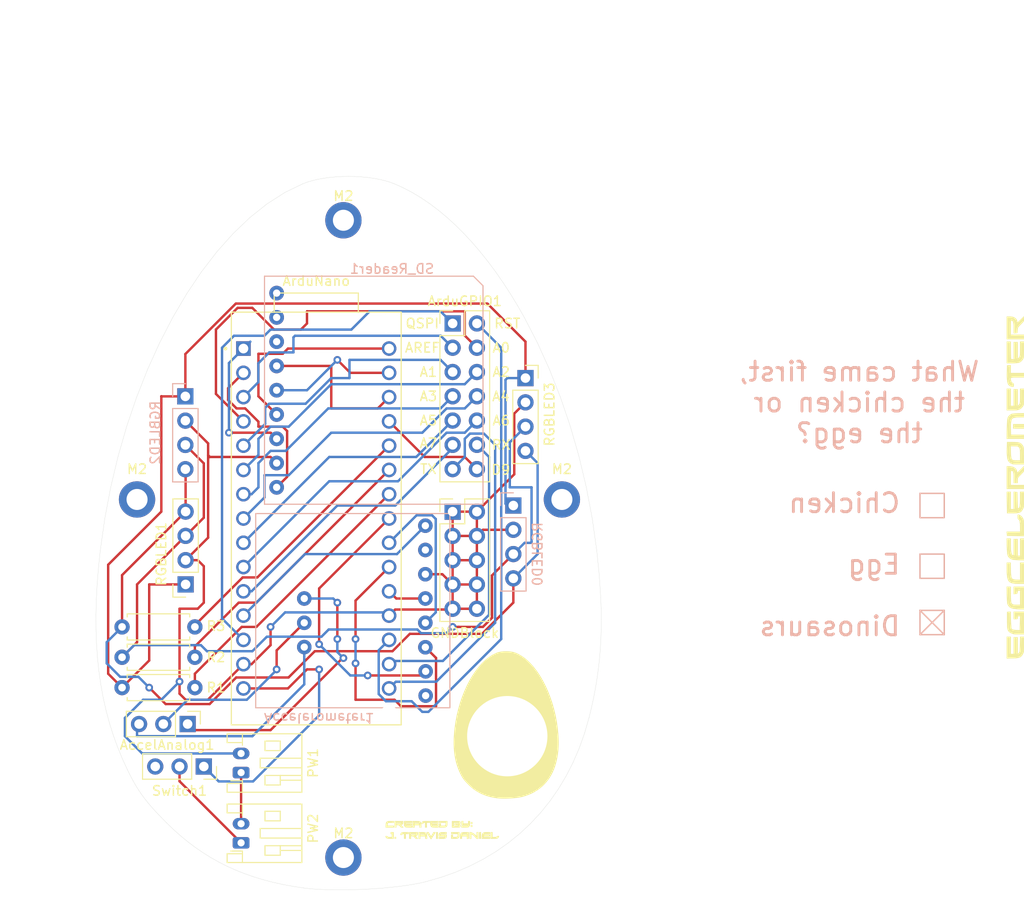
<source format=kicad_pcb>
(kicad_pcb (version 20211014) (generator pcbnew)
  (layers (0 "F.Cu" signal) (31 "B.Cu" signal) (34 "B.Paste" user) (35 "F.Paste" user) (36 "B.SilkS" user "B.Silkscreen") (37 "F.SilkS" user "F.Silkscreen") (38 "B.Mask" user) (39 "F.Mask" user) (44 "Edge.Cuts" user))
  (net 0 "")
  (net 1 "GND")
  (net 2 "Net-(AccelAnalog1-Pad1)")
  (net 3 "Net-(AccelAnalog1-Pad2)")
  (net 4 "Net-(AccelAnalog1-Pad3)")
  (net 6 "Net-(Accelerometer1-Pad2)")
  (net 7 "Net-(Accelerometer1-Pad3)")
  (net 8 "Net-(Accelerometer1-Pad4)")
  (net 9 "Net-(Accelerometer1-Pad5)")
  (net 11 "Net-(Accelerometer1-Pad8)")
  (net 12 "Net-(ArduGPIO1-Pad1)")
  (net 13 "Net-(ArduGPIO1-Pad2)")
  (net 14 "Net-(ArduGPIO1-Pad3)")
  (net 15 "Net-(ArduGPIO1-Pad4)")
  (net 16 "Net-(ArduGPIO1-Pad5)")
  (net 17 "Net-(ArduGPIO1-Pad6)")
  (net 18 "Net-(ArduGPIO1-Pad7)")
  (net 19 "Net-(ArduGPIO1-Pad8)")
  (net 20 "Net-(ArduGPIO1-Pad9)")
  (net 21 "Net-(ArduGPIO1-Pad10)")
  (net 22 "Net-(ArduGPIO1-Pad11)")
  (net 23 "Net-(ArduGPIO1-Pad12)")
  (net 24 "Net-(ArduGPIO1-Pad13)")
  (net 25 "Net-(ArduGPIO1-Pad14)")
  (net 26 "Net-(ArduNano1-Pad1)")
  (net 27 "Net-(ArduNano1-Pad2)")
  (net 28 "Net-(ArduNano1-Pad15)")
  (net 29 "Net-(ArduNano1-Pad24)")
  (net 30 "Net-(ArduNano1-Pad25)")
  (net 31 "Net-(ArduNano1-Pad26)")
  (net 32 "Net-(ArduNano1-Pad28)")
  (net 33 "Net-(ArduNano1-Pad29)")
  (net 34 "Net-(ArduNano1-Pad30)")
  (net 35 "Net-(PW1-Pad1)")
  (net 36 "Net-(PW2-Pad1)")
  (net 37 "Net-(R3-Pad2)")
  (net 41 "Net-(R1-Pad2)")
  (net 42 "Net-(R2-Pad2)")
  (footprint "Arduino Nano:MODULE_ABX00053" (layer "F.Cu") (at 130.511023 103.591217 -90)
    (fp_text reference "ArduNano")
    (fp_text value "ABX00053")
  )
  (footprint "Connector_JST:JST_PH_S2B-PH-K_1x02_P2.00mm_Horizontal" (layer "F.Cu") (at 122.645 137.525 90)
    (fp_text reference "PW2")
    (fp_text value "Screw_Terminal_01x02")
  )
  (footprint "MountingHole:MountingHole_8.4mm_M8" (layer "F.Cu") (at 150.495 126.365)
    (fp_text reference "REF**" hide)
    (fp_text value "MountingHole_8.4mm_M8")
  )
  (footprint "Resistor_THT:R_Axial_DIN0207_L6.3mm_D2.5mm_P7.62mm_Horizontal" (layer "F.Cu") (at 117.811023 118.11 180)
    (fp_text reference "R2")
    (fp_text value "R")
  )
  (footprint "ElectronicEggDrop:SDCardReader" (layer "F.Cu") (at 127.635 90.17 -90)
    (fp_text reference "SD_Reader1")
    (fp_text value "SDCardReader")
  )
  (footprint "Connector_PinSocket_2.54mm:PinSocket_1x04_P2.54mm_Vertical" (layer "F.Cu") (at 116.84 110.49 180)
    (fp_text reference "RGBLED1")
    (fp_text value "LED_RAGB")
  )
  (footprint "Resistor_THT:R_Axial_DIN0207_L6.3mm_D2.5mm_P7.62mm_Horizontal" (layer "F.Cu") (at 117.811023 114.935 180)
    (fp_text reference "R3")
    (fp_text value "R")
  )
  (footprint "Connector_PinHeader_2.54mm:PinHeader_1x03_P2.54mm_Vertical" (layer "F.Cu") (at 117.050865 125.095 -90)
    (fp_text reference "AccelAnalog1")
    (fp_text value "Conn_01x03_Male")
  )
  (footprint "Connector_PinHeader_2.54mm:PinHeader_2x05_P2.54mm_Vertical" (layer "F.Cu") (at 144.775 102.875)
    (fp_text reference "GNDBlock")
    (fp_text value "Conn_02x05_Top_Bottom")
  )
  (footprint "MountingHole:MountingHole_2.2mm_M2_DIN965_Pad" (layer "F.Cu") (at 111.76 101.6)
    (fp_text reference "REF**" hide)
    (fp_text value "MountingHole_2.2mm_M2_DIN965_Pad")
  )
  (footprint "Connector_PinSocket_2.54mm:PinSocket_1x03_P2.54mm_Vertical" (layer "F.Cu") (at 118.745 129.54 -90)
    (fp_text reference "Switch1")
    (fp_text value "SW_SPST")
  )
  (footprint "Resistor_THT:R_Axial_DIN0207_L6.3mm_D2.5mm_P7.62mm_Horizontal" (layer "F.Cu") (at 117.811023 121.285 180)
    (fp_text reference "R1")
    (fp_text value "R")
  )
  (footprint "MountingHole:MountingHole_2.2mm_M2_DIN965_Pad" (layer "F.Cu") (at 133.35 72.39)
    (fp_text reference "REF**" hide)
    (fp_text value "MountingHole_2.2mm_M2_DIN965_Pad")
  )
  (footprint "Connector_PinSocket_2.54mm:PinSocket_1x04_P2.54mm_Vertical" (layer "F.Cu") (at 152.4 88.9)
    (fp_text reference "RGBLED3")
    (fp_text value "LED_RAGB")
  )
  (footprint "" (layer "F.Cu") (at 133.35 139.065)
    (fp_text reference "")
    (fp_text value "")
  )
  (footprint "Connector_PinHeader_2.54mm:PinHeader_2x07_P2.54mm_Vertical" (layer "F.Cu") (at 144.78 83.185)
    (fp_text reference "ArduGPIO1")
    (fp_text value "Conn_02x07_Top_Bottom")
  )
  (footprint "Connector_JST:JST_PH_S2B-PH-K_1x02_P2.00mm_Horizontal" (layer "F.Cu") (at 122.645 130.175 90)
    (fp_text reference "PW1")
    (fp_text value "Screw_Terminal_01x02")
  )
  (footprint "MountingHole:MountingHole_2.2mm_M2_DIN965_Pad" (layer "F.Cu") (at 156.21 101.6)
    (fp_text reference "REF**" hide)
    (fp_text value "MountingHole_2.2mm_M2_DIN965_Pad")
  )
  (footprint "Connector_PinSocket_2.54mm:PinSocket_1x04_P2.54mm_Vertical" (layer "B.Cu") (at 116.815 90.815 180)
    (fp_text reference "RGBLED2")
    (fp_text value "LED_RAGB")
  )
  (footprint "ElectronicEggDrop:LIS3DH" (layer "B.Cu") (at 134.333946 127.203512)
    (fp_text reference "Accelerometer1")
    (fp_text value "LIS3DH")
  )
  (footprint "Connector_PinSocket_2.54mm:PinSocket_1x04_P2.54mm_Vertical" (layer "B.Cu") (at 151.13 102.235 180)
    (fp_text reference "RGBLED0")
    (fp_text value "LED_RAGB")
  )
  (gr_rect (start 193.675 115.743772) (end 196.215 113.203772) (layer "B.SilkS") (width 0.15) (fill none))
  (gr_line (start 193.675 113.203772) (end 196.215 115.743772) (layer "B.SilkS") (width 0.15))
  (gr_rect (start 193.675 109.855) (end 196.215 107.315) (layer "B.SilkS") (width 0.15) (fill none))
  (gr_rect (start 193.675 103.505) (end 196.215 100.965) (layer "B.SilkS") (width 0.15) (fill none))
  (gr_line (start 193.675 115.743772) (end 196.215 113.203772) (layer "B.SilkS") (width 0.15))
  (gr_poly (pts (xy 202.769839 94.215337) (xy 202.777653 93.829572) (xy 202.789496 93.528373) (xy 202.797973 93.405201) (xy 202.808713 93.298027) (xy 202.822134 93.205138) (xy 202.838653 93.12482) (xy 202.85869 93.055358) (xy 202.882662 92.995039) (xy 202.910989 92.942147) (xy 202.944088 92.89497) (xy 202.982377 92.851792) (xy 203.026276 92.8109) (xy 203.076202 92.770579) (xy 203.132574 92.729116) (xy 203.16002 92.710159) (xy 203.186769 92.693221) (xy 203.213609 92.678168) (xy 203.227311 92.671306) (xy 203.241331 92.664864) (xy 203.255769 92.658825) (xy 203.270722 92.653174) (xy 203.286291 92.647891) (xy 203.302572 92.642962) (xy 203.319666 92.638368) (xy 203.33767 92.634094) (xy 203.356683 92.630121) (xy 203.376804 92.626433) (xy 203.420764 92.619846) (xy 203.470339 92.614195) (xy 203.526317 92.609347) (xy 203.589488 92.605166) (xy 203.66064 92.601517) (xy 203.740562 92.598264) (xy 203.929874 92.592405) (xy 204.559386 92.575367) (xy 204.559386 92.994852) (xy 204.109734 92.997851) (xy 204.015741 92.999658) (xy 203.920965 93.003778) (xy 203.827987 93.009941) (xy 203.739389 93.017883) (xy 203.65775 93.027335) (xy 203.585654 93.038032) (xy 203.52568 93.049705) (xy 203.501046 93.055825) (xy 203.48041 93.062089) (xy 203.456835 93.07072) (xy 203.43441 93.080178) (xy 203.413114 93.090547) (xy 203.392923 93.101913) (xy 203.373814 93.114362) (xy 203.355764 93.127979) (xy 203.338751 93.142851) (xy 203.322751 93.159062) (xy 203.307742 93.176698) (xy 203.293701 93.195845) (xy 203.280605 93.216589) (xy 203.26843 93.239014) (xy 203.257154 93.263208) (xy 203.246755 93.289254) (xy 203.237209 93.317239) (xy 203.228493 93.347249) (xy 203.220584 93.379369) (xy 203.21346 93.413684) (xy 203.207098 93.450281) (xy 203.201474 93.489245) (xy 203.196566 93.530661) (xy 203.192351 93.574615) (xy 203.188806 93.621193) (xy 203.185907 93.670481) (xy 203.183633 93.722563) (xy 203.18196 93.777526) (xy 203.180327 93.896435) (xy 203.180823 94.027894) (xy 203.183266 94.172587) (xy 203.197585 94.819256) (xy 203.878486 94.833597) (xy 204.559386 94.847939) (xy 204.559386 95.256063) (xy 203.656294 95.255958) (xy 202.753204 95.255958)) (layer "F.SilkS") (width 0.03) (fill solid))
  (gr_poly (pts (xy 202.979182 98.134019) (xy 203.067178 98.136291) (xy 203.150787 98.142857) (xy 203.229943 98.153676) (xy 203.304585 98.16871) (xy 203.374649 98.187918) (xy 203.440071 98.211261) (xy 203.500789 98.238698) (xy 203.556738 98.270191) (xy 203.607857 98.305699) (xy 203.654081 98.345183) (xy 203.675338 98.366403) (xy 203.695348 98.388603) (xy 203.714102 98.411776) (xy 203.731594 98.435919) (xy 203.747814 98.461026) (xy 203.762756 98.487092) (xy 203.77641 98.514112) (xy 203.78877 98.542082) (xy 203.809574 98.600849) (xy 203.825104 98.663354) (xy 203.854492 98.810287) (xy 204.206938 98.460537) (xy 204.559386 98.110792) (xy 204.559386 98.393534) (xy 204.559266 98.442931) (xy 204.55859 98.486792) (xy 204.556884 98.52599) (xy 204.553674 98.561394) (xy 204.551358 98.577945) (xy 204.548487 98.593875) (xy 204.545003 98.609292) (xy 204.540848 98.624304) (xy 204.535961 98.639022) (xy 204.530283 98.653553) (xy 204.523756 98.668006) (xy 204.516319 98.68249) (xy 204.507914 98.697115) (xy 204.498482 98.711989) (xy 204.487963 98.72722) (xy 204.476297 98.742918) (xy 204.449292 98.77615) (xy 204.416991 98.812555) (xy 204.378922 98.853003) (xy 204.334609 98.898365) (xy 204.225361 99.007317) (xy 204.11709 99.115385) (xy 204.073065 99.160528) (xy 204.035167 99.200847) (xy 204.002939 99.23717) (xy 203.975921 99.270324) (xy 203.953654 99.301137) (xy 203.944159 99.315924) (xy 203.93568 99.330436) (xy 203.928159 99.344777) (xy 203.921539 99.359049) (xy 203.915762 99.373357) (xy 203.910772 99.387804) (xy 203.906511 99.402493) (xy 203.902921 99.417528) (xy 203.897526 99.449048) (xy 203.894129 99.483193) (xy 203.892271 99.520789) (xy 203.891493 99.562665) (xy 203.891335 99.609647) (xy 203.891335 99.880923) (xy 203.480227 99.880923) (xy 203.480227 99.31932) (xy 203.477827 99.122452) (xy 203.474624 99.038151) (xy 203.469902 98.962713) (xy 203.463527 98.89572) (xy 203.455362 98.836751) (xy 203.445271 98.785388) (xy 203.433118 98.741211) (xy 203.418766 98.703802) (xy 203.40208 98.67274) (xy 203.382923 98.647608) (xy 203.361158 98.627984) (xy 203.336651 98.613452) (xy 203.309264 98.60359) (xy 203.278861 98.597981) (xy 203.245307 98.596204) (xy 203.239796 98.596606) (xy 203.234554 98.597854) (xy 203.229576 98.600011) (xy 203.224855 98.60314) (xy 203.220385 98.607304) (xy 203.21616 98.612566) (xy 203.212173 98.618989) (xy 203.208419 98.626636) (xy 203.204891 98.635571) (xy 203.201583 98.645856) (xy 203.198489 98.657554) (xy 203.195603 98.670728) (xy 203.192918 98.685442) (xy 203.190428 98.701759) (xy 203.188127 98.719741) (xy 203.186008 98.739451) (xy 203.184066 98.760953) (xy 203.182295 98.78431) (xy 203.180687 98.809584) (xy 203.179238 98.836839) (xy 203.176787 98.897543) (xy 203.174894 98.966927) (xy 203.173507 99.045495) (xy 203.172579 99.13375) (xy 203.172058 99.232198) (xy 203.171896 99.341343) (xy 203.171896 100.086477) (xy 204.559391 100.086477) (xy 204.559391 100.497587) (xy 203.660082 100.497599) (xy 202.76078 100.497599) (xy 202.76078 98.133716)) (layer "F.SilkS") (width 0.03) (fill solid))
  (gr_poly (pts (xy 202.771391 88.344179) (xy 202.786472 87.573351) (xy 202.979179 87.557389) (xy 203.171886 87.541427) (xy 203.171886 88.369851) (xy 204.559382 88.369851) (xy 204.559382 88.832348) (xy 203.865636 88.832371) (xy 203.613319 88.83233) (xy 203.512588 88.833184) (xy 203.427322 88.835423) (xy 203.356407 88.83965) (xy 203.298729 88.846468) (xy 203.253174 88.856479) (xy 203.234594 88.86287) (xy 203.218626 88.870285) (xy 203.205132 88.878801) (xy 203.193972 88.888491) (xy 203.185007 88.899431) (xy 203.178098 88.911696) (xy 203.173105 88.925363) (xy 203.169888 88.940505) (xy 203.16831 88.957199) (xy 203.168229 88.97552) (xy 203.172006 89.017343) (xy 203.180105 89.066577) (xy 203.204811 89.189687) (xy 203.209225 89.209503) (xy 203.214371 89.228481) (xy 203.220241 89.24661) (xy 203.226828 89.263881) (xy 203.234123 89.280283) (xy 203.242119 89.295806) (xy 203.250809 89.310439) (xy 203.260185 89.324172) (xy 203.270239 89.336995) (xy 203.280964 89.348897) (xy 203.292352 89.359868) (xy 203.304396 89.369898) (xy 203.317088 89.378976) (xy 203.330421 89.387092) (xy 203.344386 89.394235) (xy 203.358977 89.400396) (xy 203.376304 89.407445) (xy 203.384352 89.411101) (xy 203.392002 89.414868) (xy 203.399262 89.418762) (xy 203.406141 89.422802) (xy 203.412649 89.427003) (xy 203.418793 89.431382) (xy 203.424582 89.435958) (xy 203.430027 89.440746) (xy 203.435134 89.445764) (xy 203.439914 89.451028) (xy 203.444374 89.456557) (xy 203.448524 89.462366) (xy 203.452373 89.468473) (xy 203.455929 89.474895) (xy 203.459201 89.481649) (xy 203.462198 89.488752) (xy 203.464929 89.49622) (xy 203.467403 89.504072) (xy 203.469628 89.512323) (xy 203.471613 89.520991) (xy 203.473367 89.530094) (xy 203.4749 89.539647) (xy 203.476219 89.549668) (xy 203.477333 89.560174) (xy 203.478984 89.58271) (xy 203.479923 89.60739) (xy 203.48022 89.63435) (xy 203.479836 89.696165) (xy 203.478947 89.72107) (xy 203.477231 89.742278) (xy 203.475978 89.751568) (xy 203.474415 89.760019) (xy 203.47251 89.767661) (xy 203.470228 89.774522) (xy 203.467534 89.780631) (xy 203.464396 89.786016) (xy 203.460778 89.790706) (xy 203.456647 89.794729) (xy 203.451969 89.798114) (xy 203.44671 89.800891) (xy 203.440835 89.803086) (xy 203.434311 89.80473) (xy 203.427104 89.80585) (xy 203.41918 89.806476) (xy 203.410504 89.806636) (xy 203.401042 89.806358) (xy 203.379627 89.804604) (xy 203.354661 89.801444) (xy 203.29299 89.79182) (xy 203.252822 89.784489) (xy 203.214577 89.775776) (xy 203.178217 89.765577) (xy 203.143704 89.753783) (xy 203.110999 89.74029) (xy 203.080065 89.724989) (xy 203.050863 89.707776) (xy 203.023353 89.688543) (xy 202.997499 89.667184) (xy 202.973262 89.643592) (xy 202.950602 89.617661) (xy 202.929483 89.589284) (xy 202.909865 89.558355) (xy 202.891711 89.524768) (xy 202.874981 89.488415) (xy 202.859638 89.449191) (xy 202.845642 89.406989) (xy 202.832957 89.361702) (xy 202.821542 89.313225) (xy 202.811361 89.26145) (xy 202.802374 89.20627) (xy 202.794544 89.147581) (xy 202.787831 89.085274) (xy 202.782198 89.019244) (xy 202.777606 88.949384) (xy 202.774017 88.875587) (xy 202.769694 88.715759) (xy 202.768921 88.538907)) (layer "F.SilkS") (width 0.03) (fill solid))
  (gr_poly (pts (xy 202.767597 96.462734) (xy 202.770258 96.309423) (xy 202.786477 95.589983) (xy 203.377447 95.592684) (xy 203.496457 95.593919) (xy 203.604608 95.596649) (xy 203.70268 95.601132) (xy 203.791449 95.607625) (xy 203.871692 95.616386) (xy 203.944187 95.627672) (xy 204.009712 95.641741) (xy 204.069043 95.658849) (xy 204.122958 95.679255) (xy 204.172235 95.703217) (xy 204.217651 95.730991) (xy 204.259982 95.762835) (xy 204.300007 95.799006) (xy 204.338503 95.839763) (xy 204.376247 95.885362) (xy 204.414017 95.936062) (xy 204.433939 95.964784) (xy 204.451575 95.992594) (xy 204.459587 96.006565) (xy 204.467089 96.020797) (xy 204.474101 96.035452) (xy 204.480645 96.050693) (xy 204.486741 96.066684) (xy 204.492409 96.083588) (xy 204.497671 96.101567) (xy 204.502546 96.120784) (xy 204.507056 96.141402) (xy 204.511221 96.163583) (xy 204.515061 96.187492) (xy 204.518598 96.213291) (xy 204.521852 96.241142) (xy 204.524843 96.271209) (xy 204.53012 96.338641) (xy 204.534594 96.416889) (xy 204.538431 96.507258) (xy 204.541795 96.611051) (xy 204.544851 96.729569) (xy 204.5507 97.015999) (xy 204.567711 97.928149) (xy 204.148276 97.928161) (xy 204.148276 97.517054) (xy 204.148276 96.907322) (xy 204.147561 96.725451) (xy 204.144875 96.58032) (xy 204.139403 96.466236) (xy 204.135368 96.419056) (xy 204.130332 96.377502) (xy 204.124192 96.340862) (xy 204.116846 96.308425) (xy 204.108194 96.279478) (xy 204.098133 96.253309) (xy 204.086562 96.229207) (xy 204.073379 96.20646) (xy 204.058481 96.184356) (xy 204.041768 96.162183) (xy 204.041768 96.162188) (xy 204.023955 96.140083) (xy 204.015402 96.129988) (xy 204.006991 96.120507) (xy 203.998654 96.11162) (xy 203.990321 96.103308) (xy 203.981922 96.095553) (xy 203.973388 96.088335) (xy 203.964649 96.081635) (xy 203.955637 96.075434) (xy 203.94628 96.069713) (xy 203.936511 96.064454) (xy 203.926259 96.059636) (xy 203.915455 96.055242) (xy 203.904029 96.051251) (xy 203.891913 96.047646) (xy 203.879036 96.044406) (xy 203.865329 96.041513) (xy 203.850722 96.038949) (xy 203.835147 96.036693) (xy 203.818533 96.034727) (xy 203.800811 96.033031) (xy 203.781912 96.031588) (xy 203.761766 96.030377) (xy 203.717455 96.028578) (xy 203.667323 96.027481) (xy 203.610814 96.026934) (xy 203.547372 96.026786) (xy 203.159483 96.026786) (xy 203.18109 96.675753) (xy 203.192264 96.941544) (xy 203.199891 97.050404) (xy 203.209898 97.144639) (xy 203.223051 97.225301) (xy 203.231046 97.260869) (xy 203.240115 97.293439) (xy 203.250353 97.323139) (xy 203.261856 97.350103) (xy 203.274719 97.374461) (xy 203.289038 97.396344) (xy 203.304909 97.415884) (xy 203.322427 97.433212) (xy 203.341689 97.448459) (xy 203.362789 97.461757) (xy 203.385824 97.473236) (xy 203.41089 97.483029) (xy 203.438081 97.491266) (xy 203.467493 97.498078) (xy 203.533365 97.507955) (xy 203.609272 97.51371) (xy 203.695977 97.516393) (xy 203.794248 97.517054) (xy 204.148276 97.517054) (xy 204.148276 97.928161) (xy 203.969199 97.928167) (xy 203.7581 97.926616) (xy 203.668514 97.924311) (xy 203.588292 97.92066) (xy 203.516474 97.915419) (xy 203.452102 97.908343) (xy 203.394215 97.899188) (xy 203.341855 97.88771) (xy 203.294063 97.873663) (xy 203.249879 97.856804) (xy 203.208343 97.836888) (xy 203.168498 97.81367) (xy 203.129383 97.786907) (xy 203.09004 97.756353) (xy 203.049509 97.721765) (xy 203.006831 97.682897) (xy 202.988765 97.665207) (xy 202.971498 97.646531) (xy 202.95502 97.626806) (xy 202.939319 97.605967) (xy 202.924384 97.58395) (xy 202.910204 97.560691) (xy 202.896767 97.536126) (xy 202.884064 97.51019) (xy 202.872082 97.482818) (xy 202.860811 97.453948) (xy 202.85024 97.423514) (xy 202.840358 97.391452) (xy 202.831152 97.357698) (xy 202.822614 97.322188) (xy 202.807491 97.245642) (xy 202.794902 97.1613) (xy 202.784756 97.068647) (xy 202.776967 96.96717) (xy 202.771445 96.856354) (xy 202.768101 96.735685) (xy 202.766848 96.60465)) (layer "F.SilkS") (width 0.03) (fill solid))
  (gr_poly (pts (xy 140.164259 136.594716) (xy 139.872437 136.594716) (xy 139.872437 137.085509) (xy 139.699997 137.085509) (xy 139.699996 136.840114) (xy 139.699996 136.594717) (xy 139.615831 136.594717) (xy 139.59986 136.594976) (xy 139.585009 136.595758) (xy 139.571265 136.597069) (xy 139.558616 136.598917) (xy 139.547051 136.601308) (xy 139.536555 136.604249) (xy 139.527118 136.607746) (xy 139.518726 136.611807) (xy 139.514919 136.614051) (xy 139.511368 136.616439) (xy 139.508073 136.61897) (xy 139.505031 136.621647) (xy 139.502241 136.62447) (xy 139.499703 136.62744) (xy 139.497413 136.630557) (xy 139.495371 136.633823) (xy 139.493575 136.637239) (xy 139.492023 136.640804) (xy 139.490714 136.644521) (xy 139.489647 136.648389) (xy 139.48882 136.652411) (xy 139.48823 136.656586) (xy 139.487761 136.665401) (xy 139.487717 136.667087) (xy 139.487581 136.668688) (xy 139.487344 136.670208) (xy 139.486999 136.671647) (xy 139.486539 136.673009) (xy 139.485954 136.674294) (xy 139.485238 136.675505) (xy 139.484383 136.676644) (xy 139.48338 136.677712) (xy 139.482223 136.678713) (xy 139.480904 136.679648) (xy 139.479414 136.680518) (xy 139.477746 136.681327) (xy 139.475891 136.682075) (xy 139.473844 136.682765) (xy 139.471595 136.6834) (xy 139.469136 136.68398) (xy 139.466461 136.684508) (xy 139.463561 136.684986) (xy 139.460429 136.685417) (xy 139.457056 136.685801) (xy 139.453435 136.686141) (xy 139.449558 136.686439) (xy 139.445418 136.686698) (xy 139.441006 136.686918) (xy 139.436315 136.687103) (xy 139.426065 136.687372) (xy 139.414605 136.687522) (xy 139.401872 136.687568) (xy 139.315982 136.687568) (xy 139.324202 136.644458) (xy 139.326886 136.632) (xy 139.330179 136.619489) (xy 139.33404 136.606997) (xy 139.33843 136.594594) (xy 139.343308 136.58235) (xy 139.348636 136.570337) (xy 139.354373 136.558626) (xy 139.360479 136.547287) (xy 139.366914 136.536391) (xy 139.373638 136.526009) (xy 139.380612 136.516213) (xy 139.387795 136.507071) (xy 139.395148 136.498657) (xy 139.40263 136.491039) (xy 139.410202 136.48429) (xy 139.417824 136.47848) (xy 139.431119 136.46957) (xy 139.444245 136.461641) (xy 139.450881 136.458027) (xy 139.457639 136.454638) (xy 139.464572 136.451465) (xy 139.471736 136.448504) (xy 139.479185 136.445745) (xy 139.486973 136.443183) (xy 139.495156 136.44081) (xy 139.503786 136.438619) (xy 139.51292 136.436604) (xy 139.522611 136.434756) (xy 139.532914 136.43307) (xy 139.543884 136.431538) (xy 139.568041 136.428909) (xy 139.595517 136.426813) (xy 139.62675 136.425193) (xy 139.662176 136.423993) (xy 139.702229 136.423158) (xy 139.747347 136.422631) (xy 139.85452 136.422276) (xy 140.164259 136.422276)) (layer "F.SilkS") (width 0.04) (fill solid))
  (gr_poly (pts (xy 138.851059 137.08551) (xy 138.718413 137.08551) (xy 138.718413 136.926333) (xy 138.851059 136.926333)) (layer "F.SilkS") (width 0.04) (fill solid))
  (gr_poly (pts (xy 148.693413 136.594722) (xy 148.110188 136.594722) (xy 148.066869 136.634128) (xy 148.023551 136.673532) (xy 148.351848 136.673932) (xy 148.680148 136.674331) (xy 148.680148 136.833508) (xy 148.016916 136.833508) (xy 148.016916 136.926361) (xy 148.693411 136.926361) (xy 148.693411 137.085538) (xy 147.841698 137.085538) (xy 147.846883 136.876596) (xy 147.849762 136.796063) (xy 147.851832 136.761113) (xy 147.854421 136.729357) (xy 147.857604 136.70053) (xy 147.861456 136.674369) (xy 147.866051 136.650609) (xy 147.871466 136.628988) (xy 147.877773 136.60924) (xy 147.885048 136.591104) (xy 147.893366 136.574314) (xy 147.902802 136.558608) (xy 147.91343 136.543721) (xy 147.925325 136.52939) (xy 147.938562 136.515351) (xy 147.953215 136.50134) (xy 147.967016 136.489338) (xy 147.973976 136.483808) (xy 147.98104 136.478581) (xy 147.988252 136.473648) (xy 147.995662 136.469002) (xy 148.003314 136.464634) (xy 148.011256 136.460537) (xy 148.019536 136.456702) (xy 148.028199 136.453121) (xy 148.037292 136.449786) (xy 148.046863 136.44669) (xy 148.056958 136.443823) (xy 148.067624 136.441178) (xy 148.078907 136.438747) (xy 148.090856 136.436522) (xy 148.103515 136.434494) (xy 148.116933 136.432656) (xy 148.146232 136.429515) (xy 148.179125 136.427035) (xy 148.215988 136.425151) (xy 148.257196 136.423799) (xy 148.303122 136.422913) (xy 148.354143 136.422429) (xy 148.410631 136.422282) (xy 148.693413 136.422282)) (layer "F.SilkS") (width 0.04) (fill solid))
  (gr_poly (pts (xy 203.171889 100.805797) (xy 203.171889 102.604404) (xy 203.48022 102.604404) (xy 203.48022 100.799595) (xy 203.672927 100.815555) (xy 203.865634 100.831515) (xy 203.87974 101.696139) (xy 203.884163 101.92096) (xy 203.889586 102.106325) (xy 203.896253 102.254913) (xy 203.90441 102.369404) (xy 203.9143 102.452478) (xy 203.919972 102.483071) (xy 203.926169 102.506814) (xy 203.932922 102.524043) (xy 203.940262 102.535093) (xy 203.948219 102.540298) (xy 203.956823 102.539994) (xy 203.970249 102.534929) (xy 203.983083 102.528749) (xy 203.995336 102.521396) (xy 204.00702 102.512813) (xy 204.018145 102.502941) (xy 204.028722 102.491722) (xy 204.038762 102.4791) (xy 204.048277 102.465015) (xy 204.057277 102.449411) (xy 204.065773 102.432229) (xy 204.073777 102.413412) (xy 204.081299 102.392901) (xy 204.08835 102.37064) (xy 204.094941 102.34657) (xy 204.101083 102.320633) (xy 204.106788 102.292772) (xy 204.112066 102.262929) (xy 204.116929 102.231045) (xy 204.121387 102.197064) (xy 204.125451 102.160927) (xy 204.129132 102.122577) (xy 204.132442 102.081956) (xy 204.13799 101.993668) (xy 204.142183 101.895602) (xy 204.145109 101.787295) (xy 204.146857 101.668284) (xy 204.147514 101.538107) (xy 204.148264 100.80582) (xy 204.559373 100.80582) (xy 204.559373 101.591457) (xy 204.558708 101.831203) (xy 204.55606 102.021496) (xy 204.550452 102.170916) (xy 204.546232 102.23298) (xy 204.540905 102.288043) (xy 204.534348 102.337178) (xy 204.526439 102.381456) (xy 204.517056 102.421951) (xy 204.506077 102.459735) (xy 204.493379 102.495881) (xy 204.478839 102.53146) (xy 204.443748 102.605209) (xy 204.44376 102.605317) (xy 204.409321 102.669829) (xy 204.39192 102.699636) (xy 204.374268 102.727864) (xy 204.356266 102.754553) (xy 204.337815 102.779743) (xy 204.318817 102.803475) (xy 204.299173 102.825789) (xy 204.278786 102.846725) (xy 204.257556 102.866322) (xy 204.235386 102.884622) (xy 204.212176 102.901665) (xy 204.187828 102.91749) (xy 204.162245 102.932138) (xy 204.135327 102.945649) (xy 204.106976 102.958063) (xy 204.077093 102.96942) (xy 204.045581 102.979761) (xy 204.012341 102.989125) (xy 203.977274 102.997554) (xy 203.940282 103.005086) (xy 203.901266 103.011763) (xy 203.860129 103.017624) (xy 203.816771 103.02271) (xy 203.771094 103.027061) (xy 203.723 103.030716) (xy 203.619166 103.036103) (xy 203.504483 103.039192) (xy 203.378162 103.040304) (xy 202.786475 103.041204) (xy 202.772623 101.923501) (xy 202.758775 100.805797)) (layer "F.SilkS") (width 0.03) (fill solid))
  (gr_poly (pts (xy 148.945432 136.926336) (xy 149.131564 136.926336) (xy 149.201606 136.925649) (xy 149.231862 136.92472) (xy 149.259198 136.923338) (xy 149.28381 136.921457) (xy 149.305891 136.91903) (xy 149.325634 136.916011) (xy 149.343233 136.912353) (xy 149.358882 136.908009) (xy 149.372774 136.902933) (xy 149.385103 136.897078) (xy 149.396064 136.890398) (xy 149.405849 136.882845) (xy 149.414652 136.874374) (xy 149.422667 136.864937) (xy 149.430087 136.854489) (xy 149.433792 136.849005) (xy 149.435593 136.846494) (xy 149.437378 136.844132) (xy 149.43916 136.841914) (xy 149.440955 136.839836) (xy 149.442775 136.837893) (xy 149.444636 136.83608) (xy 149.44655 136.834394) (xy 149.448532 136.83283) (xy 149.450595 136.831382) (xy 149.452755 136.830048) (xy 149.455023 136.828822) (xy 149.457416 136.827701) (xy 149.459945 136.826678) (xy 149.462626 136.825751) (xy 149.465473 136.824915) (xy 149.468498 136.824164) (xy 149.471717 136.823496) (xy 149.475143 136.822905) (xy 149.47879 136.822386) (xy 149.482672 136.821936) (xy 149.486804 136.82155) (xy 149.491198 136.821224) (xy 149.50083 136.820732) (xy 149.511682 136.820424) (xy 149.523864 136.820266) (xy 149.537488 136.820221) (xy 149.622437 136.820221) (xy 149.613937 136.856697) (xy 149.61055 136.869628) (xy 149.606428 136.882598) (xy 149.601605 136.895553) (xy 149.596119 136.908441) (xy 149.590004 136.921207) (xy 149.583297 136.9338) (xy 149.576033 136.946166) (xy 149.568248 136.958252) (xy 149.559978 136.970004) (xy 149.551258 136.981371) (xy 149.542125 136.992299) (xy 149.532614 137.002735) (xy 149.52276 137.012626) (xy 149.5126 137.021918) (xy 149.50217 137.030559) (xy 149.491504 137.038496) (xy 149.434024 137.07888) (xy 149.103281 137.08304) (xy 148.772539 137.087199) (xy 148.776085 136.758056) (xy 148.779625 136.428914) (xy 148.862529 136.424974) (xy 148.945432 136.421014)) (layer "F.SilkS") (width 0.04) (fill solid))
  (gr_poly (pts (xy 145.102017 135.255047) (xy 145.316147 135.255725) (xy 145.386571 135.256909) (xy 145.437906 135.25898) (xy 145.474157 135.26218) (xy 145.499328 135.26675) (xy 145.509009 135.269625) (xy 145.517422 135.272934) (xy 145.532443 135.280972) (xy 145.539636 135.285776) (xy 145.546425 135.29115) (xy 145.552808 135.297059) (xy 145.558783 135.303468) (xy 145.564348 135.310343) (xy 145.569499 135.317649) (xy 145.574236 135.325351) (xy 145.578555 135.333416) (xy 145.582453 135.341808) (xy 145.58593 135.350492) (xy 145.588981 135.359435) (xy 145.591605 135.368601) (xy 145.5938 135.377955) (xy 145.595563 135.387465) (xy 145.596891 135.397093) (xy 145.597783 135.406807) (xy 145.598235 135.416571) (xy 145.598246 135.42635) (xy 145.597813 135.436111) (xy 145.596934 135.445819) (xy 145.595606 135.455438) (xy 145.593827 135.464935) (xy 145.591595 135.474274) (xy 145.588906 135.483421) (xy 145.58576 135.492342) (xy 145.582153 135.501002) (xy 145.578083 135.509366) (xy 145.573547 135.517399) (xy 145.568544 135.525068) (xy 145.56307 135.532336) (xy 145.557124 135.539171) (xy 145.550704 135.545537) (xy 145.516014 135.577412) (xy 145.551146 135.612544) (xy 145.557381 135.619226) (xy 145.563154 135.626321) (xy 145.568469 135.633799) (xy 145.573326 135.641631) (xy 145.577728 135.649786) (xy 145.581677 135.658235) (xy 145.585176 135.666948) (xy 145.588226 135.675895) (xy 145.590829 135.685048) (xy 145.592987 135.694376) (xy 145.594703 135.703849) (xy 145.595978 135.713438) (xy 145.596815 135.723113) (xy 145.597216 135.732844) (xy 145.597182 135.742602) (xy 145.596716 135.752357) (xy 145.595821 135.76208) (xy 145.594497 135.77174) (xy 145.592747 135.781308) (xy 145.590573 135.790754) (xy 145.587978 135.800049) (xy 145.584963 135.809162) (xy 145.58153 135.818065) (xy 145.577682 135.826727) (xy 145.57342 135.835119) (xy 145.568747 135.843211) (xy 145.563665 135.850974) (xy 145.558175 135.858377) (xy 145.55228 135.865391) (xy 145.545982 135.871987) (xy 145.539283 135.878134) (xy 145.532185 135.883803) (xy 145.52559 135.888487) (xy 145.522263 135.890621) (xy 145.518827 135.892624) (xy 145.515215 135.8945) (xy 145.511359 135.896254) (xy 145.507191 135.897891) (xy 145.502644 135.899416) (xy 145.49765 135.900835) (xy 145.492143 135.902152) (xy 145.486055 135.903372) (xy 145.479317 135.9045) (xy 145.471863 135.905542) (xy 145.463626 135.906501) (xy 145.454537 135.907384) (xy 145.444529 135.908195) (xy 145.433535 135.908939) (xy 145.421487 135.909622) (xy 145.393961 135.910821) (xy 145.361411 135.911832) (xy 145.323296 135.912697) (xy 145.279078 135.913454) (xy 145.228215 135.914143) (xy 145.104401 135.91548) (xy 144.714041 135.91936) (xy 144.714035 135.759045) (xy 144.886403 135.759045) (xy 145.129263 135.759045) (xy 145.191638 135.758826) (xy 145.244331 135.758137) (xy 145.288036 135.756933) (xy 145.323446 135.755168) (xy 145.351254 135.752796) (xy 145.372154 135.749772) (xy 145.380229 135.748001) (xy 145.386837 135.74605) (xy 145.392064 135.743913) (xy 145.395998 135.741585) (xy 145.396062 135.741597) (xy 145.39728 135.740669) (xy 145.39847 135.739686) (xy 145.40076 135.737567) (xy 145.402922 135.735263) (xy 145.404947 135.732795) (xy 145.406826 135.730186) (xy 145.408547 135.727458) (xy 145.410103 135.724633) (xy 145.411482 135.721732) (xy 145.412676 135.718779) (xy 145.413674 135.715795) (xy 145.414468 135.712803) (xy 145.415047 135.709824) (xy 145.415401 135.706881) (xy 145.415492 135.70543) (xy 145.415522 135.703995) (xy 145.415492 135.702581) (xy 145.415399 135.70119) (xy 145.415243 135.699824) (xy 145.415022 135.698486) (xy 145.414556 135.696322) (xy 145.413991 135.694278) (xy 145.413296 135.69235) (xy 145.412442 135.690533) (xy 145.411944 135.689665) (xy 145.411395 135.688823) (xy 145.410791 135.688007) (xy 145.410127 135.687215) (xy 145.4094 135.686448) (xy 145.408606 135.685705) (xy 145.407741 135.684985) (xy 145.406801 135.684287) (xy 145.405782 135.683612) (xy 145.404681 135.682958) (xy 145.403493 135.682325) (xy 145.402216 135.681713) (xy 145.400844 135.68112) (xy 145.399374 135.680546) (xy 145.396124 135.679454) (xy 145.392437 135.678433) (xy 145.38828 135.677476) (xy 145.383623 135.676581) (xy 145.378435 135.675741) (xy 145.372686 135.674953) (xy 145.366344 135.674212) (xy 145.359378 135.673514) (xy 145.351758 135.672853) (xy 145.343452 135.672225) (xy 145.334431 135.671626) (xy 145.324662 135.671051) (xy 145.314115 135.670496) (xy 145.290564 135.669425) (xy 145.263531 135.668376) (xy 145.232769 135.667314) (xy 145.19803 135.6662) (xy 144.985954 135.659559) (xy 144.981975 135.583287) (xy 144.977995 135.507017) (xy 145.403281 135.507017) (xy 145.411421 135.474609) (xy 145.412206 135.471236) (xy 145.41288 135.467814) (xy 145.413444 135.464368) (xy 145.413898 135.460921) (xy 145.414242 135.457498) (xy 145.414477 135.454121) (xy 145.414601 135.450816) (xy 145.414616 135.447605) (xy 145.414523 135.444512) (xy 145.41432 135.441562) (xy 145.414008 135.438778) (xy 145.413587 135.436184) (xy 145.413058 135.433803) (xy 145.412421 135.43166) (xy 145.411675 135.429779) (xy 145.410822 135.428183) (xy 145.410038 135.427344) (xy 145.408739 135.426529) (xy 145.406926 135.425739) (xy 145.404605 135.424973) (xy 145.398443 135.423517) (xy 145.390276 135.422161) (xy 145.380128 135.420907) (xy 145.36802 135.419756) (xy 145.353977 135.418709) (xy 145.338022 135.417768) (xy 145.300464 135.416205) (xy 145.255532 135.415077) (xy 145.203409 135.414393) (xy 145.14428 135.414163) (xy 144.886403 135.414163) (xy 144.886403 135.759045) (xy 144.714035 135.759045) (xy 144.714028 135.587179) (xy 144.714028 135.255)) (layer "F.SilkS") (width 0.04) (fill solid))
  (gr_poly (pts (xy 145.881313 135.507028) (xy 146.411899 135.507028) (xy 146.411899 135.254999) (xy 146.584338 135.254999) (xy 146.584338 135.425627) (xy 146.584065 135.461362) (xy 146.583283 135.497518) (xy 146.582047 135.533102) (xy 146.580411 135.567123) (xy 146.578431 135.598587) (xy 146.576162 135.626501) (xy 146.57366 135.649872) (xy 146.570978 135.667708) (xy 146.567368 135.684559) (xy 146.562914 135.701071) (xy 146.557639 135.717212) (xy 146.551564 135.732949) (xy 146.544713 135.74825) (xy 146.537108 135.763081) (xy 146.528772 135.777411) (xy 146.519727 135.791207) (xy 146.509996 135.804436) (xy 146.499602 135.817065) (xy 146.488567 135.829063) (xy 146.476913 135.840397) (xy 146.464665 135.851033) (xy 146.451843 135.86094) (xy 146.438471 135.870085) (xy 146.424571 135.878436) (xy 146.414208 135.884168) (xy 146.404491 135.889207) (xy 146.399707 135.891482) (xy 146.394885 135.893604) (xy 146.389957 135.895578) (xy 146.384857 135.89741) (xy 146.379518 135.899108) (xy 146.373872 135.900677) (xy 146.367855 135.902125) (xy 146.361397 135.903457) (xy 146.354434 135.90468) (xy 146.346898 135.905801) (xy 146.338722 135.906825) (xy 146.32984 135.90776) (xy 146.320184 135.908611) (xy 146.309689 135.909385) (xy 146.285911 135.910729) (xy 146.257972 135.911843) (xy 146.225338 135.912777) (xy 146.187476 135.913585) (xy 146.14385 135.914316) (xy 146.037172 135.915756) (xy 145.708872 135.919916) (xy 145.708873 135.83285) (xy 145.708873 135.745788) (xy 146.006703 135.745788) (xy 146.109442 135.745446) (xy 146.190273 135.744132) (xy 146.25219 135.741417) (xy 146.276992 135.739399) (xy 146.298189 135.736871) (xy 146.316154 135.733777) (xy 146.331262 135.730064) (xy 146.343888 135.725679) (xy 146.354406 135.720568) (xy 146.36319 135.714676) (xy 146.370614 135.707952) (xy 146.377053 135.700339) (xy 146.382881 135.691786) (xy 146.384269 135.689511) (xy 146.385468 135.687375) (xy 146.386419 135.685373) (xy 146.386785 135.684422) (xy 146.387069 135.683502) (xy 146.387262 135.682614) (xy 146.387359 135.681756) (xy 146.387352 135.680929) (xy 146.387234 135.680132) (xy 146.386999 135.679364) (xy 146.386638 135.678625) (xy 146.386146 135.677914) (xy 146.385514 135.677231) (xy 146.384737 135.676575) (xy 146.383806 135.675945) (xy 146.382716 135.675341) (xy 146.381458 135.674763) (xy 146.380026 135.67421) (xy 146.378413 135.673681) (xy 146.376612 135.673175) (xy 146.374615 135.672693) (xy 146.372416 135.672234) (xy 146.370008 135.671797) (xy 146.367384 135.671381) (xy 146.364536 135.670987) (xy 146.358142 135.670259) (xy 146.350769 135.669609) (xy 146.342363 135.669032) (xy 146.332865 135.668524) (xy 146.322221 135.668081) (xy 146.310374 135.667697) (xy 146.297267 135.66737) (xy 146.282844 135.667094) (xy 146.267049 135.666865) (xy 146.249826 135.666679) (xy 146.21087 135.666417) (xy 146.165524 135.666273) (xy 146.11334 135.666212) (xy 146.053865 135.6662) (xy 145.708873 135.6662) (xy 145.708873 135.254999) (xy 145.881313 135.254999)) (layer "F.SilkS") (width 0.04) (fill solid))
  (gr_poly (pts (xy 145.480985 136.644487) (xy 145.478478 136.726792) (xy 145.476775 136.761767) (xy 145.474645 136.793081) (xy 145.471997 136.82108) (xy 145.468736 136.846107) (xy 145.464768 136.868505) (xy 145.460001 136.888619) (xy 145.454339 136.906792) (xy 145.44769 136.923369) (xy 145.43996 136.938693) (xy 145.431055 136.953109) (xy 145.420881 136.966959) (xy 145.409346 136.980589) (xy 145.396354 136.994342) (xy 145.381813 137.008562) (xy 145.368184 137.021118) (xy 145.361568 137.026853) (xy 145.355001 137.03224) (xy 145.348421 137.037289) (xy 145.341767 137.042012) (xy 145.334977 137.04642) (xy 145.327987 137.050522) (xy 145.320738 137.05433) (xy 145.313166 137.057855) (xy 145.30521 137.061107) (xy 145.296808 137.064097) (xy 145.287897 137.066837) (xy 145.278416 137.069336) (xy 145.268303 137.071605) (xy 145.257496 137.073656) (xy 145.245933 137.0755) (xy 145.233552 137.077146) (xy 145.220291 137.078606) (xy 145.206088 137.07989) (xy 145.190881 137.081009) (xy 145.174608 137.081975) (xy 145.138617 137.083488) (xy 145.09762 137.084514) (xy 145.051119 137.08514) (xy 144.998621 137.085453) (xy 144.939629 137.085538) (xy 144.633771 137.085538) (xy 144.637409 136.883224) (xy 144.641069 136.680939) (xy 144.723973 136.676999) (xy 144.806877 136.673059) (xy 144.806877 136.926353) (xy 144.993007 136.926353) (xy 145.043013 136.926008) (xy 145.087569 136.924822) (xy 145.126982 136.922572) (xy 145.161558 136.919035) (xy 145.191605 136.913988) (xy 145.205026 136.910828) (xy 145.217429 136.907207) (xy 145.228853 136.903096) (xy 145.239337 136.898469) (xy 145.248919 136.893295) (xy 145.257637 136.887549) (xy 145.265529 136.881202) (xy 145.272634 136.874226) (xy 145.27899 136.866593) (xy 145.284636 136.858275) (xy 145.28961 136.849244) (xy 145.29395 136.839472) (xy 145.297695 136.828932) (xy 145.300882 136.817596) (xy 145.30574 136.792421) (xy 145.308829 136.763725) (xy 145.310458 136.731285) (xy 145.310933 136.694876) (xy 145.310933 136.595193) (xy 144.976001 136.591653) (xy 144.641069 136.588113) (xy 144.637129 136.505209) (xy 144.633189 136.422305) (xy 145.486064 136.422305)) (layer "F.SilkS") (width 0.04) (fill solid))
  (gr_poly (pts (xy 138.625562 135.414169) (xy 138.359844 135.414169) (xy 138.236107 135.415212) (xy 138.185214 135.416913) (xy 138.141013 135.419752) (xy 138.103038 135.423996) (xy 138.070819 135.429907) (xy 138.056723 135.433571) (xy 138.04389 135.437752) (xy 138.032262 135.442482) (xy 138.021782 135.447794) (xy 138.012389 135.453722) (xy 138.004027 135.460299) (xy 137.996635 135.467557) (xy 137.990157 135.47553) (xy 137.984533 135.484252) (xy 137.979705 135.493754) (xy 137.975614 135.50407) (xy 137.972203 135.515233) (xy 137.967182 135.540234) (xy 137.964175 135.569021) (xy 137.962714 135.601857) (xy 137.962331 135.639009) (xy 137.962331 135.745785) (xy 138.625562 135.745785) (xy 138.625562 135.918225) (xy 137.789891 135.918225) (xy 137.789891 135.721367) (xy 137.790302 135.670267) (xy 137.791598 135.6235) (xy 137.793869 135.580821) (xy 137.79721 135.541986) (xy 137.801713 135.506749) (xy 137.80747 135.474868) (xy 137.814573 135.446096) (xy 137.823116 135.42019) (xy 137.833191 135.396904) (xy 137.84489 135.375995) (xy 137.858306 135.357218) (xy 137.873532 135.340328) (xy 137.890659 135.325081) (xy 137.909781 135.311233) (xy 137.930991 135.298538) (xy 137.954379 135.286752) (xy 137.966046 135.281416) (xy 137.977013 135.276718) (xy 137.987759 135.272617) (xy 137.993197 135.270778) (xy 137.998758 135.269073) (xy 138.004502 135.267497) (xy 138.010487 135.266045) (xy 138.016774 135.264711) (xy 138.023421 135.263492) (xy 138.03049 135.262381) (xy 138.038038 135.261373) (xy 138.054811 135.259648) (xy 138.074218 135.258275) (xy 138.096735 135.257215) (xy 138.122838 135.256426) (xy 138.153001 135.255867) (xy 138.187703 135.255499) (xy 138.227418 135.255279) (xy 138.323792 135.255124) (xy 138.625562 135.254996)) (layer "F.SilkS") (width 0.04) (fill solid))
  (gr_poly (pts (xy 143.294718 135.414171) (xy 142.618222 135.414171) (xy 142.618222 135.507025) (xy 143.281453 135.507025) (xy 143.281453 135.666199) (xy 142.953156 135.666598) (xy 142.624855 135.666998) (xy 142.668173 135.706404) (xy 142.711493 135.745808) (xy 143.294719 135.745808) (xy 143.294719 135.918248) (xy 143.006213 135.917448) (xy 142.875682 135.916017) (xy 142.821879 135.914557) (xy 142.775589 135.912593) (xy 142.736713 135.910122) (xy 142.705153 135.907138) (xy 142.680811 135.903634) (xy 142.66359 135.899608) (xy 142.663582 135.89951) (xy 142.648495 135.894435) (xy 142.63407 135.888856) (xy 142.620284 135.882754) (xy 142.607114 135.876106) (xy 142.594536 135.868892) (xy 142.582526 135.861093) (xy 142.571061 135.852687) (xy 142.560117 135.843653) (xy 142.54967 135.833972) (xy 142.539698 135.823622) (xy 142.530177 135.812582) (xy 142.521082 135.800833) (xy 142.512391 135.788353) (xy 142.50408 135.775123) (xy 142.496125 135.76112) (xy 142.488503 135.746325) (xy 142.482525 135.733965) (xy 142.477229 135.72246) (xy 142.472568 135.711475) (xy 142.468493 135.700677) (xy 142.464955 135.68973) (xy 142.461907 135.678301) (xy 142.459299 135.666055) (xy 142.457084 135.652658) (xy 142.455213 135.637775) (xy 142.453639 135.621072) (xy 142.452312 135.602216) (xy 142.451184 135.58087) (xy 142.450208 135.556702) (xy 142.449334 135.529376) (xy 142.447702 135.463916) (xy 142.443002 135.254997) (xy 143.294718 135.254997)) (layer "F.SilkS") (width 0.04) (fill solid))
  (gr_poly (pts (xy 144.143648 136.594722) (xy 143.548666 136.594722) (xy 143.519963 136.631199) (xy 143.49126 136.667677) (xy 143.817456 136.671217) (xy 144.143649 136.674757) (xy 144.143649 136.786412) (xy 144.143272 136.815759) (xy 144.142097 136.842862) (xy 144.140057 136.867854) (xy 144.137084 136.890865) (xy 144.133112 136.912028) (xy 144.128075 136.931474) (xy 144.121905 136.949334) (xy 144.114535 136.96574) (xy 144.105899 136.980824) (xy 144.09593 136.994716) (xy 144.084561 137.00755) (xy 144.071724 137.019455) (xy 144.057354 137.030563) (xy 144.041383 137.041007) (xy 144.023745 137.050918) (xy 144.004372 137.060426) (xy 143.995599 137.064254) (xy 143.986566 137.067669) (xy 143.976933 137.070695) (xy 143.966363 137.073355) (xy 143.954516 137.075673) (xy 143.941052 137.077671) (xy 143.925632 137.079374) (xy 143.907918 137.080803) (xy 143.887571 137.081983) (xy 143.86425 137.082936) (xy 143.837618 137.083687) (xy 143.807335 137.084257) (xy 143.734459 137.084952) (xy 143.642909 137.085206) (xy 143.334508 137.085406) (xy 143.334505 137.006628) (xy 143.334505 136.927745) (xy 143.634152 136.923724) (xy 143.806558 136.920883) (xy 143.860734 136.918968) (xy 143.898486 136.916187) (xy 143.912357 136.914347) (xy 143.923507 136.91214) (xy 143.932399 136.909517) (xy 143.939493 136.906426) (xy 143.945253 136.902817) (xy 143.950138 136.898641) (xy 143.959137 136.888386) (xy 143.961719 136.885136) (xy 143.964228 136.881856) (xy 143.968977 136.875298) (xy 143.973279 136.868889) (xy 143.975231 136.865796) (xy 143.977032 136.862807) (xy 143.97867 136.859943) (xy 143.980131 136.857227) (xy 143.981403 136.854681) (xy 143.982473 136.852327) (xy 143.983328 136.850188) (xy 143.983954 136.848285) (xy 143.98434 136.84664) (xy 143.984471 136.845276) (xy 143.984052 136.844665) (xy 143.982808 136.844062) (xy 143.977924 136.842885) (xy 143.969975 136.841751) (xy 143.959121 136.840665) (xy 143.929322 136.83866) (xy 143.889788 136.836916) (xy 143.841778 136.83548) (xy 143.786551 136.834397) (xy 143.725369 136.833714) (xy 143.65949 136.833476) (xy 143.334505 136.833476) (xy 143.334505 136.724914) (xy 143.334865 136.699211) (xy 143.335972 136.675176) (xy 143.337864 136.652723) (xy 143.340582 136.631764) (xy 143.344164 136.612213) (xy 143.348649 136.593983) (xy 143.354078 136.576986) (xy 143.360488 136.561136) (xy 143.36792 136.546347) (xy 143.376413 136.53253) (xy 143.386006 136.519599) (xy 143.396738 136.507468) (xy 143.408649 136.496049) (xy 143.421777 136.485255) (xy 143.436163 136.474999) (xy 143.451845 136.465195) (xy 143.513577 136.428905) (xy 143.828613 136.424725) (xy 144.143648 136.420546)) (layer "F.SilkS") (width 0.04) (fill solid))
  (gr_poly (pts (xy 204.148276 104.968405) (xy 204.148276 104.451139) (xy 204.146021 104.275366) (xy 204.143094 104.197785) (xy 204.138872 104.126674) (xy 204.133282 104.06173) (xy 204.126253 104.002653) (xy 204.117712 103.949141) (xy 204.107586 103.900894) (xy 204.095805 103.857609) (xy 204.082296 103.818987) (xy 204.066986 103.784725) (xy 204.049804 103.754523) (xy 204.030678 103.728079) (xy 204.009536 103.705092) (xy 203.986305 103.685261) (xy 203.960913 103.668285) (xy 203.957002 103.665707) (xy 203.95318 103.662654) (xy 203.949449 103.659135) (xy 203.945812 103.655159) (xy 203.942271 103.650735) (xy 203.938828 103.645872) (xy 203.935485 103.640579) (xy 203.932245 103.634865) (xy 203.929111 103.628739) (xy 203.926083 103.62221) (xy 203.92036 103.607982) (xy 203.915094 103.59225) (xy 203.910304 103.57509) (xy 203.906009 103.556572) (xy 203.902226 103.536769) (xy 203.898975 103.515754) (xy 203.896273 103.493599) (xy 203.894139 103.470376) (xy 203.892593 103.446159) (xy 203.891651 103.42102) (xy 203.891333 103.39503) (xy 203.891866 103.322879) (xy 203.892736 103.293411) (xy 203.894192 103.26804) (xy 203.896369 103.246533) (xy 203.899403 103.22866) (xy 203.901285 103.221013) (xy 203.903432 103.214188) (xy 203.905862 103.208155) (xy 203.908592 103.202885) (xy 203.911638 103.19835) (xy 203.915019 103.194521) (xy 203.91875 103.191368) (xy 203.92285 103.188863) (xy 203.927334 103.186976) (xy 203.932221 103.185679) (xy 203.937526 103.184943) (xy 203.943268 103.184739) (xy 203.95613 103.185809) (xy 203.97094 103.18866) (xy 203.987837 103.193058) (xy 204.006957 103.198773) (xy 204.046603 103.212312) (xy 204.085192 103.227953) (xy 204.122656 103.245635) (xy 204.158926 103.265295) (xy 204.193936 103.286869) (xy 204.227617 103.310296) (xy 204.259902 103.335513) (xy 204.290723 103.362457) (xy 204.320012 103.391066) (xy 204.347702 103.421276) (xy 204.373724 103.453026) (xy 204.398012 103.486253) (xy 204.420497 103.520894) (xy 204.441111 103.556886) (xy 204.459788 103.594168) (xy 204.476458 103.632676) (xy 204.487909 103.663503) (xy 204.498348 103.696465) (xy 204.507815 103.732015) (xy 204.516345 103.770608) (xy 204.523977 103.812699) (xy 204.530749 103.858743) (xy 204.536697 103.909194) (xy 204.54186 103.964508) (xy 204.546274 104.025139) (xy 204.549978 104.091541) (xy 204.55301 104.164171) (xy 204.555405 104.243481) (xy 204.558441 104.423965) (xy 204.559386 104.636632) (xy 204.559386 105.43333) (xy 203.672929 105.419277) (xy 202.786475 105.405208) (xy 202.770673 105.186804) (xy 202.754871 104.968405)) (layer "F.SilkS") (width 0.03) (fill solid))
  (gr_poly (pts (xy 138.599031 137.08551) (xy 138.297261 137.084511) (xy 138.164386 137.083085) (xy 138.10914 137.081658) (xy 138.061601 137.079768) (xy 138.021956 137.077427) (xy 137.990389 137.074647) (xy 137.967087 137.071437) (xy 137.952234 137.06781) (xy 137.952232 137.067804) (xy 137.94348 137.064407) (xy 137.934732 137.060575) (xy 137.917323 137.051692) (xy 137.900147 137.041321) (xy 137.88335 137.029631) (xy 137.867073 137.016788) (xy 137.85146 137.00296) (xy 137.836654 136.988314) (xy 137.822799 136.973017) (xy 137.810038 136.957236) (xy 137.798513 136.941138) (xy 137.788368 136.924892) (xy 137.779747 136.908663) (xy 137.772792 136.89262) (xy 137.769984 136.88472) (xy 137.767647 136.876929) (xy 137.765798 136.869268) (xy 137.764455 136.861757) (xy 137.763636 136.854419) (xy 137.763359 136.847273) (xy 137.763385 136.84505) (xy 137.763471 136.84295) (xy 137.763627 136.840971) (xy 137.763864 136.839108) (xy 137.764193 136.837359) (xy 137.764624 136.83572) (xy 137.76517 136.834187) (xy 137.76584 136.832757) (xy 137.766645 136.831426) (xy 137.767596 136.830191) (xy 137.768705 136.829049) (xy 137.769981 136.827995) (xy 137.771436 136.827027) (xy 137.773081 136.826141) (xy 137.774926 136.825333) (xy 137.776982 136.8246) (xy 137.77926 136.823938) (xy 137.781771 136.823345) (xy 137.784526 136.822816) (xy 137.787535 136.822348) (xy 137.79081 136.821937) (xy 137.794361 136.821581) (xy 137.798199 136.821275) (xy 137.802335 136.821016) (xy 137.811544 136.820625) (xy 137.822076 136.82038) (xy 137.834015 136.820254) (xy 137.84745 136.820218) (xy 137.873333 136.820396) (xy 137.884117 136.820676) (xy 137.893609 136.821132) (xy 137.90192 136.821803) (xy 137.909161 136.822725) (xy 137.915442 136.823937) (xy 137.920872 136.825477) (xy 137.925564 136.82738) (xy 137.929625 136.829686) (xy 137.933169 136.832432) (xy 137.936303 136.835654) (xy 137.93914 136.839392) (xy 137.941789 136.843681) (xy 137.944361 136.848561) (xy 137.946965 136.854068) (xy 137.949517 136.859315) (xy 137.952294 136.86432) (xy 137.955314 136.869087) (xy 137.958598 136.873621) (xy 137.962168 136.877927) (xy 137.966042 136.88201) (xy 137.970242 136.885875) (xy 137.974788 136.889528) (xy 137.9797 136.892972) (xy 137.984998 136.896214) (xy 137.990703 136.899257) (xy 137.996835 136.902108) (xy 138.003414 136.904771) (xy 138.010461 136.907252) (xy 138.017996 136.909554) (xy 138.02604 136.911683) (xy 138.034612 136.913645) (xy 138.043733 136.915444) (xy 138.053424 136.917085) (xy 138.063704 136.918573) (xy 138.074594 136.919914) (xy 138.086115 136.921111) (xy 138.098286 136.922171) (xy 138.111128 136.923098) (xy 138.138907 136.924574) (xy 138.169613 136.925578) (xy 138.20341 136.926151) (xy 138.24046 136.926333) (xy 138.426592 136.926333) (xy 138.426592 136.594717) (xy 138.307208 136.594717) (xy 138.307208 136.422278) (xy 138.599031 136.422278)) (layer "F.SilkS") (width 0.04) (fill solid))
  (gr_poly (pts (xy 142.365352 136.600763) (xy 142.447445 136.739954) (xy 142.4779 136.792525) (xy 142.495596 136.823981) (xy 142.519577 136.868722) (xy 142.651801 136.64583) (xy 142.784024 136.422938) (xy 142.88161 136.422539) (xy 142.910457 136.422618) (xy 142.932893 136.423121) (xy 142.941918 136.423584) (xy 142.949594 136.424217) (xy 142.956003 136.42504) (xy 142.961231 136.426074) (xy 142.965362 136.427342) (xy 142.968481 136.428865) (xy 142.969686 136.429728) (xy 142.97067 136.430662) (xy 142.971443 136.431671) (xy 142.972015 136.432757) (xy 142.972397 136.433922) (xy 142.9726 136.435169) (xy 142.972509 136.437921) (xy 142.971826 136.441033) (xy 142.970636 136.444526) (xy 142.89774 136.563594) (xy 142.744577 136.805806) (xy 142.591973 137.044134) (xy 142.541138 137.122145) (xy 142.520754 137.151549) (xy 142.51572 137.144287) (xy 142.502138 137.123561) (xy 142.453052 137.047516) (xy 142.293231 136.797699) (xy 142.29323 136.797766) (xy 142.132673 136.544803) (xy 142.08282 136.465353) (xy 142.06331 136.433206) (xy 142.063214 136.432647) (xy 142.063378 136.432095) (xy 142.063796 136.43155) (xy 142.064463 136.431014) (xy 142.065372 136.430487) (xy 142.066516 136.42997) (xy 142.069489 136.428968) (xy 142.073331 136.428015) (xy 142.077995 136.427114) (xy 142.083431 136.426273) (xy 142.089589 136.425496) (xy 142.096421 136.424789) (xy 142.103878 136.424159) (xy 142.111911 136.42361) (xy 142.12047 136.423148) (xy 142.129506 136.422779) (xy 142.138971 136.422508) (xy 142.148815 136.422342) (xy 142.158989 136.422285) (xy 142.25909 136.422285)) (layer "F.SilkS") (width 0.04) (fill solid))
  (gr_poly (pts (xy 146.836366 135.533554) (xy 146.690456 135.533554) (xy 146.690456 135.374377) (xy 146.836366 135.374377)) (layer "F.SilkS") (width 0.04) (fill solid))
  (gr_poly (pts (xy 203.161211 113.339202) (xy 203.183372 114.177051) (xy 203.195151 114.509504) (xy 203.210842 114.79533) (xy 203.219514 114.91124) (xy 203.228396 115.004072) (xy 203.237233 115.07002) (xy 203.241554 115.091722) (xy 203.245767 115.105275) (xy 203.250691 115.115404) (xy 203.256283 115.12515) (xy 203.262564 115.134518) (xy 203.269554 115.143513) (xy 203.277273 115.152141) (xy 203.28574 115.160408) (xy 203.294976 115.168318) (xy 203.305001 115.175878) (xy 203.315835 115.183093) (xy 203.327497 115.189968) (xy 203.340008 115.196509) (xy 203.353388 115.202721) (xy 203.367656 115.20861) (xy 203.382833 115.214181) (xy 203.398939 115.219439) (xy 203.415993 115.224391) (xy 203.434016 115.229041) (xy 203.453027 115.233396) (xy 203.473048 115.23746) (xy 203.494097 115.241239) (xy 203.516194 115.244738) (xy 203.53936 115.247964) (xy 203.588978 115.253614) (xy 203.64311 115.258235) (xy 203.701916 115.261868) (xy 203.765556 115.264559) (xy 203.83419 115.26635) (xy 204.122579 115.271846) (xy 204.136839 114.539557) (xy 204.151098 113.807268) (xy 204.021214 113.807268) (xy 204.001619 113.807564) (xy 203.984035 113.808534) (xy 203.975966 113.80931) (xy 203.96836 113.810301) (xy 203.961206 113.811521) (xy 203.95449 113.812986) (xy 203.9482 113.814712) (xy 203.942323 113.816713) (xy 203.936845 113.819005) (xy 203.931754 113.821603) (xy 203.927037 113.824523) (xy 203.922681 113.82778) (xy 203.918674 113.831388) (xy 203.915002 113.835364) (xy 203.911652 113.839723) (xy 203.908612 113.84448) (xy 203.905868 113.84965) (xy 203.903408 113.855249) (xy 203.901219 113.861291) (xy 203.899288 113.867793) (xy 203.897602 113.874769) (xy 203.896148 113.882235) (xy 203.894914 113.890207) (xy 203.893886 113.898698) (xy 203.892398 113.917304) (xy 203.89158 113.938175) (xy 203.891331 113.961433) (xy 203.891155 113.987159) (xy 203.890461 114.009861) (xy 203.888997 114.029728) (xy 203.887898 114.038656) (xy 203.886513 114.046947) (xy 203.88481 114.054623) (xy 203.882757 114.061707) (xy 203.880324 114.068224) (xy 203.877479 114.074197) (xy 203.874191 114.079649) (xy 203.870429 114.084604) (xy 203.86616 114.089085) (xy 203.861353 114.093116) (xy 203.855979 114.096721) (xy 203.850003 114.099923) (xy 203.843397 114.102745) (xy 203.836127 114.105211) (xy 203.828164 114.107344) (xy 203.819475 114.109169) (xy 203.810029 114.110708) (xy 203.799794 114.111986) (xy 203.776835 114.113849) (xy 203.750346 114.114947) (xy 203.720077 114.115467) (xy 203.685777 114.115599) (xy 203.480222 114.115599) (xy 203.480222 113.344771) (xy 204.559386 113.344771) (xy 204.559386 115.708649) (xy 204.004996 115.708646) (xy 203.843533 115.707725) (xy 203.710526 115.704455) (xy 203.60084 115.698077) (xy 203.553137 115.693486) (xy 203.509339 115.687833) (xy 203.468803 115.681024) (xy 203.430889 115.672965) (xy 203.394953 115.663559) (xy 203.360355 115.652712) (xy 203.326451 115.64033) (xy 203.292602 115.626318) (xy 203.222494 115.593022) (xy 203.152743 115.556185) (xy 203.120812 115.537927) (xy 203.090768 115.519544) (xy 203.062555 115.500861) (xy 203.036117 115.481702) (xy 203.011396 115.461894) (xy 202.988338 115.44126) (xy 202.966884 115.419627) (xy 202.946979 115.39682) (xy 202.928566 115.372663) (xy 202.911588 115.346982) (xy 202.89599 115.319602) (xy 202.881713 115.290348) (xy 202.868703 115.259045) (xy 202.856903 115.22552) (xy 202.846255 115.189596) (xy 202.836704 115.151099) (xy 202.828193 115.109854) (xy 202.820665 115.065686) (xy 202.814064 115.018421) (xy 202.808334 114.967883) (xy 202.803417 114.913899) (xy 202.799258 114.856292) (xy 202.792986 114.729514) (xy 202.789066 114.58615) (xy 202.787045 114.424801) (xy 202.786472 114.24407) (xy 202.786472 113.370463)) (layer "F.SilkS") (width 0.03) (fill solid))
  (gr_poly (pts (xy 139.59388 135.361538) (xy 139.593523 135.38445) (xy 139.592495 135.407137) (xy 139.590855 135.429104) (xy 139.588665 135.449853) (xy 139.585985 135.46889) (xy 139.582877 135.485719) (xy 139.581182 135.49315) (xy 139.579402 135.499843) (xy 139.577545 135.505736) (xy 139.57562 135.510766) (xy 139.570376 135.52196) (xy 139.564319 135.532981) (xy 139.557499 135.543785) (xy 139.549965 135.554329) (xy 139.541767 135.564568) (xy 139.532956 135.57446) (xy 139.523582 135.583961) (xy 139.513694 135.593027) (xy 139.503342 135.601615) (xy 139.492576 135.609682) (xy 139.481447 135.617182) (xy 139.470003 135.624074) (xy 139.458296 135.630313) (xy 139.446375 135.635856) (xy 139.434291 135.640659) (xy 139.422092 135.644679) (xy 139.366416 135.661119) (xy 139.48808 135.789673) (xy 139.609744 135.918226) (xy 139.401025 135.918226) (xy 139.150046 135.666197) (xy 138.943919 135.666197) (xy 138.943919 135.507023) (xy 139.139571 135.506842) (xy 139.217937 135.506129) (xy 139.286675 135.504324) (xy 139.315116 135.503096) (xy 139.338369 135.501697) (xy 139.355506 135.500161) (xy 139.365601 135.498521) (xy 139.367183 135.498054) (xy 139.368796 135.497494) (xy 139.372103 135.496108) (xy 139.375495 135.494386) (xy 139.378948 135.492353) (xy 139.382434 135.490032) (xy 139.385929 135.487447) (xy 139.389406 135.484621) (xy 139.39284 135.481578) (xy 139.396206 135.478343) (xy 139.399478 135.474938) (xy 139.402629 135.471387) (xy 139.405634 135.467714) (xy 139.408469 135.463942) (xy 139.411105 135.460096) (xy 139.413519 135.456199) (xy 139.415685 135.452275) (xy 139.435385 135.414168) (xy 138.891438 135.414168) (xy 138.887839 135.66288) (xy 138.884219 135.911592) (xy 138.801315 135.915552) (xy 138.718411 135.919491) (xy 138.718416 135.587245) (xy 138.718416 135.254997) (xy 139.59388 135.254997)) (layer "F.SilkS") (width 0.04) (fill solid))
  (gr_poly (pts (xy 141.129613 136.53878) (xy 141.127509 136.568377) (xy 141.124652 136.59573) (xy 141.120964 136.620971) (xy 141.116363 136.644232) (xy 141.11077 136.665645) (xy 141.104103 136.685343) (xy 141.096283 136.703458) (xy 141.08723 136.720122) (xy 141.082216 136.727952) (xy 141.076864 136.735468) (xy 141.071163 136.742687) (xy 141.065103 136.749626) (xy 141.051869 136.76273) (xy 141.03708 136.774912) (xy 141.020657 136.786304) (xy 141.002519 136.797038) (xy 140.982586 136.807247) (xy 140.960777 136.817062) (xy 140.901727 136.842116) (xy 141.019043 136.963812) (xy 141.136359 137.08551) (xy 140.92645 137.08551) (xy 140.80096 136.959495) (xy 140.67547 136.833481) (xy 140.482608 136.833481) (xy 140.482608 136.674304) (xy 140.694327 136.674304) (xy 140.761162 136.674182) (xy 140.812705 136.673625) (xy 140.851317 136.672351) (xy 140.866513 136.671356) (xy 140.879362 136.670075) (xy 140.890159 136.668473) (xy 140.899199 136.666513) (xy 140.906779 136.664161) (xy 140.913192 136.661382) (xy 140.918735 136.658139) (xy 140.923702 136.654397) (xy 140.93309 136.645274) (xy 140.935846 136.642262) (xy 140.938525 136.639225) (xy 140.941112 136.636182) (xy 140.943594 136.633155) (xy 140.945957 136.630164) (xy 140.948187 136.62723) (xy 140.950271 136.624372) (xy 140.952194 136.621612) (xy 140.953942 136.618969) (xy 140.955502 136.616464) (xy 140.956861 136.614118) (xy 140.958003 136.611951) (xy 140.958916 136.609983) (xy 140.959585 136.608235) (xy 140.959996 136.606728) (xy 140.960137 136.605481) (xy 140.959781 136.604929) (xy 140.958726 136.604384) (xy 140.954586 136.603319) (xy 140.947858 136.602289) (xy 140.93868 136.601302) (xy 140.913532 136.599474) (xy 140.880258 136.59788) (xy 140.839974 136.596564) (xy 140.793794 136.595569) (xy 140.742835 136.59494) (xy 140.688211 136.59472) (xy 140.416287 136.59472) (xy 140.416287 137.085513) (xy 140.243848 137.085513) (xy 140.243846 136.753894) (xy 140.243846 136.422278) (xy 141.136253 136.422278)) (layer "F.SilkS") (width 0.04) (fill solid))
  (gr_poly (pts (xy 203.160687 108.2059) (xy 203.17946 108.975627) (xy 203.189165 109.291341) (xy 203.195961 109.420371) (xy 203.205114 109.53196) (xy 203.217419 109.627441) (xy 203.233672 109.708147) (xy 203.243527 109.743376) (xy 203.254667 109.77541) (xy 203.267191 109.804417) (xy 203.2812 109.830564) (xy 203.296792 109.854015) (xy 203.314067 109.87494) (xy 203.333124 109.893503) (xy 203.354063 109.909871) (xy 203.376982 109.924212) (xy 203.401983 109.936691) (xy 203.429163 109.947475) (xy 203.458622 109.956732) (xy 203.524777 109.971326) (xy 203.601242 109.981807) (xy 203.688813 109.989506) (xy 203.788286 109.995758) (xy 204.148273 110.016099) (xy 204.148273 108.2059) (xy 204.559382 108.2059) (xy 204.559382 110.41561) (xy 203.992458 110.415612) (xy 203.802156 110.4131) (xy 203.632104 110.404667) (xy 203.4812 110.388971) (xy 203.412585 110.377978) (xy 203.348344 110.364666) (xy 203.288339 110.348866) (xy 203.232434 110.330411) (xy 203.18049 110.309131) (xy 203.13237 110.28486) (xy 203.087936 110.257429) (xy 203.047051 110.22667) (xy 203.009576 110.192415) (xy 202.975376 110.154497) (xy 202.944311 110.112747) (xy 202.916244 110.066998) (xy 202.891038 110.017081) (xy 202.868555 109.962829) (xy 202.848657 109.904073) (xy 202.831207 109.840646) (xy 202.816068 109.772379) (xy 202.803101 109.699105) (xy 202.792169 109.620656) (xy 202.783134 109.536864) (xy 202.770207 109.352576) (xy 202.763218 109.144901) (xy 202.761066 108.912492) (xy 202.76078 108.2059)) (layer "F.SilkS") (width 0.03) (fill solid))
  (gr_poly (pts (xy 146.823102 135.851906) (xy 146.690456 135.851906) (xy 146.690456 135.679466) (xy 146.823102 135.679466)) (layer "F.SilkS") (width 0.04) (fill solid))
  (gr_poly (pts (xy 203.161326 110.723943) (xy 203.179456 111.576414) (xy 203.185669 111.849775) (xy 203.192153 112.058985) (xy 203.200376 112.214044) (xy 203.205597 112.274393) (xy 203.211803 112.324954) (xy 203.219177 112.366977) (xy 203.227902 112.401714) (xy 203.238162 112.430413) (xy 203.25014 112.454325) (xy 203.26402 112.4747) (xy 203.279985 112.492788) (xy 203.318902 112.527104) (xy 203.336611 112.540642) (xy 203.35493 112.552988) (xy 203.374071 112.564188) (xy 203.394247 112.574284) (xy 203.415668 112.58332) (xy 203.438549 112.591341) (xy 203.463099 112.598389) (xy 203.489533 112.60451) (xy 203.518062 112.609746) (xy 203.548898 112.614142) (xy 203.582253 112.617742) (xy 203.61834 112.620588) (xy 203.657371 112.622726) (xy 203.699557 112.624199) (xy 203.745111 112.62505) (xy 203.794246 112.625324) (xy 204.148273 112.625324) (xy 204.148273 111.135052) (xy 204.023055 111.135052) (xy 204.004524 111.135408) (xy 203.987754 111.136554) (xy 203.979999 111.137462) (xy 203.972646 111.138611) (xy 203.965683 111.140017) (xy 203.959098 111.141695) (xy 203.952878 111.14366) (xy 203.94701 111.145927) (xy 203.941483 111.148509) (xy 203.936283 111.151423) (xy 203.931398 111.154683) (xy 203.926815 111.158303) (xy 203.922522 111.1623) (xy 203.918507 111.166686) (xy 203.914756 111.171478) (xy 203.911257 111.17669) (xy 203.907998 111.182337) (xy 203.904967 111.188433) (xy 203.902149 111.194994) (xy 203.899534 111.202035) (xy 203.897109 111.209569) (xy 203.89486 111.217613) (xy 203.892776 111.22618) (xy 203.890843 111.235286) (xy 203.887384 111.255174) (xy 203.884382 111.277394) (xy 203.881736 111.302064) (xy 203.878901 111.329086) (xy 203.875759 111.353106) (xy 203.872083 111.374321) (xy 203.869975 111.383939) (xy 203.867648 111.39293) (xy 203.865075 111.401319) (xy 203.862227 111.409131) (xy 203.859077 111.41639) (xy 203.855595 111.423121) (xy 203.851754 111.429349) (xy 203.847526 111.435099) (xy 203.842881 111.440396) (xy 203.837793 111.445263) (xy 203.832232 111.449727) (xy 203.826171 111.453811) (xy 203.81958 111.457541) (xy 203.812433 111.460941) (xy 203.8047 111.464036) (xy 203.796353 111.466851) (xy 203.787365 111.46941) (xy 203.777707 111.471738) (xy 203.756266 111.475802) (xy 203.731807 111.479239) (xy 203.704101 111.482249) (xy 203.672925 111.485028) (xy 203.480218 111.500976) (xy 203.480218 110.723941) (xy 204.559382 110.723941) (xy 204.559382 113.102158) (xy 203.978571 113.076528) (xy 203.856875 113.070283) (xy 203.745194 113.062605) (xy 203.64294 113.053279) (xy 203.549522 113.042089) (xy 203.46435 113.028821) (xy 203.386833 113.013258) (xy 203.316382 112.995186) (xy 203.252407 112.97439) (xy 203.194317 112.950653) (xy 203.141523 112.923761) (xy 203.093433 112.893498) (xy 203.049459 112.85965) (xy 203.009009 112.822) (xy 202.971495 112.780333) (xy 202.936325 112.734435) (xy 202.902909 112.68409) (xy 202.88395 112.652628) (xy 202.867094 112.621967) (xy 202.859408 112.606565) (xy 202.852192 112.590917) (xy 202.845427 112.574874) (xy 202.839095 112.558287) (xy 202.833178 112.541009) (xy 202.827655 112.522889) (xy 202.82251 112.503779) (xy 202.817723 112.483531) (xy 202.813275 112.461995) (xy 202.809148 112.439024) (xy 202.805324 112.414467) (xy 202.801784 112.388177) (xy 202.79548 112.329802) (xy 202.790087 112.262707) (xy 202.785458 112.185703) (xy 202.781443 112.0976) (xy 202.777892 111.997208) (xy 202.774658 111.883337) (xy 202.768542 111.610398) (xy 202.750611 110.723943)) (layer "F.SilkS") (width 0.03) (fill solid))
  (gr_poly (pts (xy 203.171889 90.014385) (xy 203.171889 91.812984) (xy 203.48022 91.812984) (xy 203.48022 90.065769) (xy 203.891328 90.065769) (xy 203.894569 91.838679) (xy 204.021418 91.694497) (xy 204.043076 91.66942) (xy 204.052915 91.657474) (xy 204.06212 91.645722) (xy 204.070714 91.634012) (xy 204.078718 91.622193) (xy 204.086151 91.610115) (xy 204.093036 91.597627) (xy 204.099394 91.584578) (xy 204.105245 91.570817) (xy 204.11061 91.556192) (xy 204.11551 91.540553) (xy 204.119967 91.52375) (xy 204.124001 91.50563) (xy 204.127634 91.486043) (xy 204.130885 91.464838) (xy 204.133777 91.441865) (xy 204.136331 91.416972) (xy 204.138566 91.390007) (xy 204.140505 91.360821) (xy 204.142168 91.329263) (xy 204.143576 91.295181) (xy 204.145713 91.218841) (xy 204.147082 91.130596) (xy 204.147852 91.029237) (xy 204.148267 90.782348) (xy 204.148267 90.014385) (xy 204.559375 90.014385) (xy 204.553415 90.798063) (xy 204.549069 91.110459) (xy 204.541645 91.381724) (xy 204.532182 91.582771) (xy 204.52701 91.647873) (xy 204.521719 91.684513) (xy 204.521729 91.68444) (xy 204.511165 91.720419) (xy 204.49753 91.756559) (xy 204.480988 91.792679) (xy 204.461704 91.828596) (xy 204.439843 91.864128) (xy 204.415568 91.899092) (xy 204.389044 91.933308) (xy 204.360436 91.966593) (xy 204.329908 91.998764) (xy 204.297625 92.029639) (xy 204.263751 92.059038) (xy 204.228451 92.086776) (xy 204.191888 92.112673) (xy 204.154229 92.136546) (xy 204.115637 92.158213) (xy 204.076276 92.177492) (xy 204.045555 92.190762) (xy 204.01424 92.202857) (xy 203.981976 92.213823) (xy 203.948402 92.223705) (xy 203.913163 92.232548) (xy 203.875899 92.240399) (xy 203.836253 92.247302) (xy 203.793868 92.253303) (xy 203.748385 92.258447) (xy 203.699446 92.26278) (xy 203.646694 92.266347) (xy 203.589771 92.269194) (xy 203.528319 92.271365) (xy 203.46198 92.272906) (xy 203.31321 92.274282) (xy 202.76078 92.275481) (xy 202.76078 90.014385)) (layer "F.SilkS") (width 0.03) (fill solid))
  (gr_poly (pts (xy 140.936923 135.255197) (xy 141.055512 135.255753) (xy 141.148235 135.257659) (xy 141.186231 135.259372) (xy 141.219362 135.261726) (xy 141.248161 135.264821) (xy 141.273163 135.268761) (xy 141.294899 135.273644) (xy 141.313906 135.279574) (xy 141.330715 135.28665) (xy 141.34586 135.294973) (xy 141.359876 135.304646) (xy 141.373296 135.315769) (xy 141.386653 135.328442) (xy 141.400481 135.342769) (xy 141.412787 135.356381) (xy 141.423843 135.369786) (xy 141.428926 135.376504) (xy 141.433723 135.383281) (xy 141.438244 135.390156) (xy 141.442498 135.397165) (xy 141.446495 135.404346) (xy 141.450242 135.411735) (xy 141.453749 135.419371) (xy 141.457026 135.42729) (xy 141.460081 135.43553) (xy 141.462924 135.444128) (xy 141.465563 135.453121) (xy 141.468008 135.462547) (xy 141.470267 135.472442) (xy 141.47235 135.482845) (xy 141.476024 135.50532) (xy 141.479101 135.53027) (xy 141.481654 135.557994) (xy 141.483757 135.588789) (xy 141.485481 135.622954) (xy 141.486898 135.660787) (xy 141.488083 135.702586) (xy 141.493443 135.918136) (xy 141.318277 135.918136) (xy 141.318277 135.666107) (xy 140.787691 135.666107) (xy 140.787691 135.918136) (xy 140.615251 135.918136) (xy 140.615251 135.58652) (xy 140.615256 135.586612) (xy 140.615256 135.41145) (xy 140.787697 135.41145) (xy 140.787697 135.507031) (xy 141.046825 135.507031) (xy 141.194218 135.506537) (xy 141.239629 135.50549) (xy 141.269786 135.503528) (xy 141.279989 135.502114) (xy 141.287391 135.500365) (xy 141.292331 135.498243) (xy 141.295146 135.495714) (xy 141.296174 135.492742) (xy 141.295754 135.48929) (xy 141.291916 135.480806) (xy 141.291916 135.4808) (xy 141.289344 135.476191) (xy 141.286671 135.47182) (xy 141.283864 135.467679) (xy 141.280893 135.463762) (xy 141.277726 135.460062) (xy 141.274332 135.456572) (xy 141.270678 135.453284) (xy 141.266735 135.450192) (xy 141.262469 135.447289) (xy 141.257851 135.444567) (xy 141.252848 135.442021) (xy 141.247428 135.439641) (xy 141.241562 135.437423) (xy 141.235216 135.435358) (xy 141.22836 135.433439) (xy 141.220962 135.43166) (xy 141.212991 135.430014) (xy 141.204415 135.428494) (xy 141.195203 135.427092) (xy 141.185323 135.425801) (xy 141.174744 135.424616) (xy 141.163435 135.423527) (xy 141.151364 135.42253) (xy 141.138499 135.421616) (xy 141.110264 135.42001) (xy 141.078479 135.418655) (xy 141.042891 135.417493) (xy 141.003249 135.41647) (xy 140.787697 135.41145) (xy 140.615256 135.41145) (xy 140.615256 135.254997)) (layer "F.SilkS") (width 0.04) (fill solid))
  (gr_poly (pts (xy 140.535671 135.414171) (xy 139.872438 135.414171) (xy 139.872438 135.507025) (xy 140.522405 135.507025) (xy 140.522405 135.666199) (xy 140.204054 135.666199) (xy 140.075514 135.667105) (xy 139.974836 135.669641) (xy 139.937182 135.671434) (xy 139.909179 135.673531) (xy 139.891721 135.675897) (xy 139.887226 135.677171) (xy 139.885703 135.678499) (xy 139.885748 135.679165) (xy 139.885884 135.679893) (xy 139.886107 135.680682) (xy 139.886416 135.681529) (xy 139.886807 135.682431) (xy 139.88728 135.683385) (xy 139.888459 135.685442) (xy 139.889935 135.687678) (xy 139.891691 135.690073) (xy 139.893707 135.692608) (xy 139.895966 135.69526) (xy 139.898451 135.698011) (xy 139.901143 135.700839) (xy 139.904025 135.703724) (xy 139.907079 135.706646) (xy 139.910286 135.709584) (xy 139.91363 135.712518) (xy 139.917091 135.715428) (xy 139.920653 135.718292) (xy 139.926728 135.722871) (xy 139.929763 135.724956) (xy 139.932863 135.726912) (xy 139.936076 135.728742) (xy 139.939452 135.73045) (xy 139.94304 135.732041) (xy 139.94689 135.733518) (xy 139.951049 135.734886) (xy 139.955569 135.736149) (xy 139.960497 135.737311) (xy 139.965884 135.738377) (xy 139.971778 135.739349) (xy 139.978228 135.740234) (xy 139.985285 135.741034) (xy 139.992996 135.741754) (xy 140.001412 135.742398) (xy 140.010581 135.742971) (xy 140.031377 135.743917) (xy 140.055778 135.744626) (xy 140.084177 135.745132) (xy 140.116969 135.745467) (xy 140.154547 135.745665) (xy 140.245638 135.745784) (xy 140.535672 135.745784) (xy 140.535672 135.918223) (xy 140.247167 135.917024) (xy 140.132522 135.915793) (xy 140.033643 135.913254) (xy 139.961087 135.909785) (xy 139.937979 135.90782) (xy 139.925412 135.905765) (xy 139.925411 135.905833) (xy 139.907773 135.899983) (xy 139.890645 135.893329) (xy 139.874056 135.885895) (xy 139.858035 135.877706) (xy 139.842611 135.868788) (xy 139.827812 135.859164) (xy 139.813668 135.848861) (xy 139.800208 135.837903) (xy 139.78746 135.826314) (xy 139.775453 135.81412) (xy 139.764216 135.801345) (xy 139.753779 135.788015) (xy 139.744169 135.774154) (xy 139.735417 135.759786) (xy 139.72755 135.744938) (xy 139.720598 135.729634) (xy 139.717776 135.722274) (xy 139.7152 135.714229) (xy 139.71286 135.705389) (xy 139.710748 135.695642) (xy 139.708855 135.684879) (xy 139.707172 135.672988) (xy 139.705691 135.659858) (xy 139.704403 135.645378) (xy 139.7033 135.629438) (xy 139.702372 135.611927) (xy 139.70161 135.592734) (xy 139.701007 135.571748) (xy 139.700239 135.523953) (xy 139.699999 135.467657) (xy 139.699999 135.254997) (xy 140.535671 135.254997)) (layer "F.SilkS") (width 0.04) (fill solid))
  (gr_poly (pts (xy 204.559384 93.714297) (xy 204.559384 94.176794) (xy 203.428831 94.176794) (xy 203.428831 93.714297)) (layer "F.SilkS") (width 0.03) (fill solid))
  (gr_poly (pts (xy 142.379456 135.414168) (xy 142.07437 135.414168) (xy 142.07437 135.918223) (xy 141.901929 135.918223) (xy 141.901926 135.6662) (xy 141.901926 135.414168) (xy 141.843097 135.414168) (xy 141.828029 135.414383) (xy 141.81398 135.415038) (xy 141.800916 135.416151) (xy 141.788803 135.417737) (xy 141.777607 135.419812) (xy 141.767295 135.422393) (xy 141.757832 135.425495) (xy 141.749184 135.429135) (xy 141.741317 135.433328) (xy 141.734198 135.438091) (xy 141.727792 135.443441) (xy 141.722066 135.449393) (xy 141.716985 135.455962) (xy 141.712515 135.463167) (xy 141.708622 135.471022) (xy 141.705274 135.479544) (xy 141.702797 135.486517) (xy 141.700448 135.492646) (xy 141.699282 135.49541) (xy 141.6981 135.497985) (xy 141.696886 135.500375) (xy 141.695624 135.502589) (xy 141.694297 135.504632) (xy 141.692891 135.506512) (xy 141.691389 135.508236) (xy 141.689775 135.509809) (xy 141.688033 135.51124) (xy 141.686147 135.512534) (xy 141.684101 135.513699) (xy 141.681879 135.514741) (xy 141.679465 135.515667) (xy 141.676842 135.516485) (xy 141.673996 135.5172) (xy 141.67091 135.51782) (xy 141.667567 135.518351) (xy 141.663952 135.5188) (xy 141.66005 135.519174) (xy 141.655843 135.51948) (xy 141.646452 135.519914) (xy 141.635653 135.520157) (xy 141.623318 135.520263) (xy 141.609317 135.520286) (xy 141.527564 135.520286) (xy 141.536664 135.470544) (xy 141.53992 135.455145) (xy 141.543994 135.439998) (xy 141.54885 135.425153) (xy 141.554454 135.410662) (xy 141.560771 135.396575) (xy 141.567764 135.382943) (xy 141.575399 135.369816) (xy 141.583641 135.357245) (xy 141.592453 135.345282) (xy 141.601801 135.333976) (xy 141.61165 135.323379) (xy 141.621964 135.313541) (xy 141.632708 135.304513) (xy 141.643846 135.296345) (xy 141.655344 135.289089) (xy 141.667166 135.282796) (xy 141.67696 135.278211) (xy 141.686557 135.274157) (xy 141.696407 135.270602) (xy 141.701567 135.269002) (xy 141.706959 135.267514) (xy 141.712639 135.266134) (xy 141.718664 135.264859) (xy 141.725089 135.263684) (xy 141.73197 135.262606) (xy 141.747328 135.260721) (xy 141.765186 135.259172) (xy 141.785995 135.257928) (xy 141.810204 135.256955) (xy 141.838262 135.25622) (xy 141.870619 135.255692) (xy 141.907724 135.255338) (xy 141.950028 135.255125) (xy 142.052028 135.254994) (xy 142.379456 135.254994)) (layer "F.SilkS") (width 0.04) (fill solid))
  (gr_poly (pts (xy 150.512019 117.599662) (xy 150.645034 117.606976) (xy 150.775614 117.619168) (xy 150.902542 117.636235) (xy 151.024601 117.658179) (xy 151.140574 117.685) (xy 151.249243 117.716697) (xy 151.349391 117.75327) (xy 151.542242 117.839501) (xy 151.733451 117.939734) (xy 151.922807 118.053589) (xy 152.1101 118.180685) (xy 152.295118 118.32064) (xy 152.477652 118.473074) (xy 152.657492 118.637605) (xy 152.834427 118.813852) (xy 153.008246 119.001433) (xy 153.178739 119.199969) (xy 153.345696 119.409076) (xy 153.508907 119.628375) (xy 153.66816 119.857484) (xy 153.823247 120.096022) (xy 153.973955 120.343608) (xy 154.120076 120.59986) (xy 154.397712 121.136839) (xy 154.654471 121.70391) (xy 154.88867 122.298024) (xy 155.098627 122.916131) (xy 155.282658 123.555181) (xy 155.43908 124.212125) (xy 155.566211 124.883914) (xy 155.662367 125.567498) (xy 155.714562 126.084229) (xy 155.746514 126.568265) (xy 155.75481 126.799882) (xy 155.75794 127.025557) (xy 155.755868 127.246034) (xy 155.748559 127.462056) (xy 155.735978 127.674367) (xy 155.718089 127.883712) (xy 155.694858 128.090834) (xy 155.66625 128.296476) (xy 155.632228 128.501383) (xy 155.592758 128.706299) (xy 155.547805 128.911966) (xy 155.497334 129.11913) (xy 155.401968 129.449957) (xy 155.288694 129.767404) (xy 155.157859 130.071123) (xy 155.009812 130.360763) (xy 154.844902 130.635975) (xy 154.663479 130.896407) (xy 154.465891 131.141711) (xy 154.252487 131.371535) (xy 154.023615 131.58553) (xy 153.779626 131.783346) (xy 153.520867 131.964632) (xy 153.247687 132.129039) (xy 152.960436 132.276216) (xy 152.659463 132.405814) (xy 152.345116 132.517481) (xy 152.017744 132.610869) (xy 151.892638 132.63945) (xy 151.754011 132.665769) (xy 151.603711 132.68973) (xy 151.443587 132.71124) (xy 151.101258 132.746525) (xy 150.741812 132.770865) (xy 150.380036 132.783502) (xy 150.030716 132.783677) (xy 149.70864 132.770634) (xy 149.56244 132.758917) (xy 149.428596 132.743612) (xy 149.428541 132.743685) (xy 149.201882 132.709528) (xy 148.982536 132.669048) (xy 148.770188 132.622093) (xy 148.564521 132.568515) (xy 148.365218 132.508162) (xy 148.171965 132.440884) (xy 147.984444 132.366532) (xy 147.80234 132.284955) (xy 147.625336 132.196004) (xy 147.453117 132.099527) (xy 147.285366 131.995374) (xy 147.121767 131.883396) (xy 146.962004 131.763443) (xy 146.805761 131.635363) (xy 146.652722 131.499008) (xy 146.50257 131.354226) (xy 146.350329 131.198651) (xy 146.282355 131.126454) (xy 146.219207 131.057161) (xy 146.160431 130.990157) (xy 146.105573 130.924825) (xy 146.054178 130.86055) (xy 146.005794 130.796715) (xy 145.959965 130.732704) (xy 145.916238 130.667901) (xy 145.874159 130.60169) (xy 145.833274 130.533454) (xy 145.793128 130.462578) (xy 145.753269 130.388445) (xy 145.71324 130.310439) (xy 145.67259 130.227944) (xy 145.561056 129.984815) (xy 145.459823 129.737333) (xy 145.368835 129.485055) (xy 145.288036 129.227539) (xy 145.217373 128.964341) (xy 145.15679 128.695018) (xy 145.106231 128.419128) (xy 145.065641 128.136227) (xy 145.034966 127.845873) (xy 145.01415 127.547623) (xy 145.003138 127.241034) (xy 145.001875 126.925662) (xy 145.010305 126.601066) (xy 145.028374 126.266802) (xy 145.056027 125.922427) (xy 145.093208 125.567498) (xy 145.189322 124.884413) (xy 145.316461 124.212979) (xy 145.472931 123.556262) (xy 145.65704 122.917328) (xy 145.867096 122.299243) (xy 146.101406 121.705074) (xy 146.358278 121.137886) (xy 146.63602 120.600746) (xy 146.932939 120.096719) (xy 147.247344 119.628873) (xy 147.577541 119.200272) (xy 147.921838 118.813983) (xy 148.278543 118.473072) (xy 148.645964 118.180606) (xy 149.022408 117.93965) (xy 149.406184 117.75327) (xy 149.506332 117.716697) (xy 149.615 117.685) (xy 149.730973 117.658179) (xy 149.853032 117.636235) (xy 149.97996 117.619168) (xy 150.11054 117.606976) (xy 150.243555 117.599662) (xy 150.377787 117.597223)) (layer "F.SilkS") (width 0.24) (fill solid))
  (gr_poly (pts (xy 146.451694 137.085513) (xy 146.279253 137.085513) (xy 146.279253 136.833484) (xy 145.748668 136.833484) (xy 145.748668 137.085513) (xy 145.573502 137.085513) (xy 145.578865 136.869964) (xy 145.5804 136.820205) (xy 145.582488 136.775162) (xy 145.585259 136.734512) (xy 145.588841 136.697928) (xy 145.593363 136.665084) (xy 145.59438 136.659732) (xy 145.770773 136.659732) (xy 145.770859 136.660509) (xy 145.771038 136.661259) (xy 145.771312 136.661981) (xy 145.771689 136.662676) (xy 145.772173 136.663344) (xy 145.772769 136.663986) (xy 145.773483 136.664603) (xy 145.774318 136.665194) (xy 145.77528 136.665762) (xy 145.776375 136.666305) (xy 145.777607 136.666825) (xy 145.778982 136.667321) (xy 145.780503 136.667796) (xy 145.782178 136.668248) (xy 145.784009 136.668679) (xy 145.786004 136.66909) (xy 145.788165 136.66948) (xy 145.793012 136.6702) (xy 145.798589 136.670846) (xy 145.804937 136.67142) (xy 145.812096 136.671928) (xy 145.820108 136.672373) (xy 145.829011 136.672758) (xy 145.838847 136.67309) (xy 145.849656 136.673371) (xy 145.861478 136.673605) (xy 145.874353 136.673797) (xy 145.903426 136.674072) (xy 145.937197 136.674227) (xy 145.975989 136.674296) (xy 146.020125 136.674312) (xy 146.279251 136.674312) (xy 146.279251 136.594723) (xy 146.075629 136.594723) (xy 146.002549 136.595317) (xy 145.942034 136.597245) (xy 145.916107 136.598778) (xy 145.892863 136.600727) (xy 145.87215 136.603121) (xy 145.853816 136.605985) (xy 145.837707 136.609349) (xy 145.823671 136.613239) (xy 145.811556 136.617683) (xy 145.801209 136.622708) (xy 145.792477 136.628343) (xy 145.785208 136.634614) (xy 145.77925 136.64155) (xy 145.774449 136.649177) (xy 145.773302 136.651385) (xy 145.77232 136.653459) (xy 145.771545 136.655405) (xy 145.771247 136.656331) (xy 145.771016 136.657226) (xy 145.770857 136.658091) (xy 145.770774 136.658926) (xy 145.770773 136.659732) (xy 145.59438 136.659732) (xy 145.598955 136.635655) (xy 145.605744 136.609314) (xy 145.613861 136.585736) (xy 145.623433 136.564595) (xy 145.63459 136.545565) (xy 145.647461 136.52832) (xy 145.662175 136.512535) (xy 145.67886 136.497883) (xy 145.697646 136.484039) (xy 145.718661 136.470677) (xy 145.742035 136.457471) (xy 145.751112 136.452754) (xy 145.760071 136.448572) (xy 145.764647 136.44667) (xy 145.76936 136.444887) (xy 145.774267 136.443219) (xy 145.779424 136.441661) (xy 145.784887 136.440208) (xy 145.790712 136.438855) (xy 145.796954 136.437598) (xy 145.803669 136.436431) (xy 145.810913 136.43535) (xy 145.818743 136.43435) (xy 145.83638 136.432575) (xy 145.857028 136.431067) (xy 145.881133 136.429787) (xy 145.909143 136.428697) (xy 145.941503 136.427759) (xy 145.978661 136.426934) (xy 146.021065 136.426185) (xy 146.123393 136.424759) (xy 146.451694 136.420599)) (layer "F.SilkS") (width 0.04) (fill solid))
  (gr_poly (pts (xy 146.657271 136.423413) (xy 146.684456 136.426807) (xy 146.712585 136.432465) (xy 146.741658 136.440386) (xy 146.771677 136.450573) (xy 146.802643 136.463024) (xy 146.834558 136.477742) (xy 146.867422 136.494726) (xy 146.901237 136.513978) (xy 146.936004 136.535498) (xy 146.971725 136.559286) (xy 147.008399 136.585344) (xy 147.046029 136.613672) (xy 147.084616 136.64427) (xy 147.124161 136.67714) (xy 147.164665 136.712282) (xy 147.287363 136.820892) (xy 147.287363 136.422282) (xy 147.459802 136.422282) (xy 147.459802 137.085515) (xy 147.278012 137.085515) (xy 147.214 137.004039) (xy 147.188267 136.972116) (xy 147.161741 136.940809) (xy 147.134552 136.910232) (xy 147.10683 136.880496) (xy 147.078706 136.851713) (xy 147.050309 136.823995) (xy 147.021769 136.797455) (xy 146.993218 136.772205) (xy 146.964784 136.748357) (xy 146.936599 136.726023) (xy 146.908792 136.705315) (xy 146.881494 136.686345) (xy 146.854834 136.669226) (xy 146.828944 136.65407) (xy 146.803952 136.640988) (xy 146.77999 136.630093) (xy 146.730248 136.609341) (xy 146.730248 137.085515) (xy 146.557808 137.085515) (xy 146.55781 136.753898) (xy 146.55781 136.422282) (xy 146.631029 136.422282)) (layer "F.SilkS") (width 0.04) (fill solid))
  (gr_poly (pts (xy 203.171886 115.965589) (xy 203.171886 117.764193) (xy 203.480218 117.764193) (xy 203.480218 116.016978) (xy 203.891326 116.016978) (xy 203.891326 117.787031) (xy 204.00695 117.671548) (xy 204.026111 117.651679) (xy 204.034861 117.64185) (xy 204.043086 117.631911) (xy 204.050803 117.621727) (xy 204.058032 117.611164) (xy 204.064794 117.600086) (xy 204.071107 117.588357) (xy 204.076991 117.575844) (xy 204.082467 117.562411) (xy 204.087552 117.547923) (xy 204.092268 117.532246) (xy 204.096633 117.515243) (xy 204.100667 117.496779) (xy 204.104391 117.476721) (xy 204.107822 117.454933) (xy 204.110981 117.431279) (xy 204.113888 117.405625) (xy 204.116562 117.377836) (xy 204.119023 117.347777) (xy 204.12129 117.315312) (xy 204.123382 117.280307) (xy 204.127124 117.202136) (xy 204.130404 117.112182) (xy 204.133379 117.009367) (xy 204.136205 116.892609) (xy 204.13904 116.760828) (xy 204.155504 115.965589) (xy 204.55938 115.965589) (xy 204.55938 116.751226) (xy 204.558715 116.990971) (xy 204.556067 117.181265) (xy 204.550459 117.330685) (xy 204.546239 117.392749) (xy 204.540911 117.447811) (xy 204.534354 117.496946) (xy 204.526446 117.541224) (xy 204.517063 117.581719) (xy 204.506084 117.619503) (xy 204.493385 117.655648) (xy 204.478846 117.691227) (xy 204.443755 117.764976) (xy 204.443758 117.764976) (xy 204.409718 117.828663) (xy 204.392463 117.858138) (xy 204.37492 117.886088) (xy 204.356989 117.912557) (xy 204.338571 117.937585) (xy 204.319568 117.961215) (xy 204.299881 117.983487) (xy 204.279409 118.004444) (xy 204.258056 118.024127) (xy 204.23572 118.042578) (xy 204.212304 118.059839) (xy 204.187708 118.075951) (xy 204.161834 118.090955) (xy 204.134582 118.104895) (xy 204.105854 118.11781) (xy 204.07555 118.129744) (xy 204.043571 118.140737) (xy 204.009819 118.150832) (xy 203.974194 118.160069) (xy 203.936598 118.168492) (xy 203.896931 118.17614) (xy 203.855094 118.183057) (xy 203.810989 118.189283) (xy 203.764516 118.194861) (xy 203.715576 118.199831) (xy 203.609901 118.208118) (xy 203.493172 118.214477) (xy 203.364596 118.219242) (xy 202.760778 118.237516) (xy 202.760778 115.965589)) (layer "F.SilkS") (width 0.03) (fill solid))
  (gr_poly (pts (xy 141.656477 136.423528) (xy 141.713478 136.425319) (xy 141.764216 136.428091) (xy 141.809169 136.431995) (xy 141.848815 136.437183) (xy 141.883631 136.443809) (xy 141.914096 136.452024) (xy 141.940688 136.46198) (xy 141.963884 136.473829) (xy 141.984163 136.487724) (xy 142.002002 136.503818) (xy 142.017879 136.522261) (xy 142.032273 136.543207) (xy 142.045661 136.566807) (xy 142.058521 136.593214) (xy 142.063937 136.605303) (xy 142.068771 136.616769) (xy 142.073063 136.627907) (xy 142.076855 136.63901) (xy 142.080187 136.65037) (xy 142.083102 136.662283) (xy 142.085641 136.67504) (xy 142.087844 136.688935) (xy 142.089754 136.704262) (xy 142.091411 136.721315) (xy 142.092857 136.740385) (xy 142.094133 136.761768) (xy 142.09528 136.785757) (xy 142.09634 136.812644) (xy 142.098363 136.876288) (xy 142.104402 137.08551) (xy 141.928462 137.08551) (xy 141.928462 136.846747) (xy 141.397878 136.846747) (xy 141.397878 137.08551) (xy 141.225438 137.08551) (xy 141.225429 136.753894) (xy 141.225429 136.592982) (xy 141.397868 136.592982) (xy 141.397868 136.674316) (xy 141.649896 136.674316) (xy 141.747753 136.673432) (xy 141.827891 136.671026) (xy 141.85873 136.669367) (xy 141.882037 136.667465) (xy 141.89678 136.665366) (xy 141.900617 136.664257) (xy 141.901924 136.663116) (xy 141.901924 136.663098) (xy 141.901888 136.662491) (xy 141.90178 136.661826) (xy 141.901602 136.661105) (xy 141.901355 136.660332) (xy 141.900666 136.658635) (xy 141.899725 136.656754) (xy 141.898548 136.654707) (xy 141.897147 136.652514) (xy 141.895539 136.650192) (xy 141.893736 136.647761) (xy 141.891754 136.645239) (xy 141.889606 136.642645) (xy 141.887307 136.639998) (xy 141.884871 136.637317) (xy 141.882311 136.63462) (xy 141.879644 136.631925) (xy 141.876882 136.629253) (xy 141.87404 136.62662) (xy 141.87171 136.62458) (xy 141.869324 136.622646) (xy 141.866851 136.620817) (xy 141.864262 136.619088) (xy 141.861527 136.617457) (xy 141.858614 136.615918) (xy 141.855495 136.61447) (xy 141.852138 136.613108) (xy 141.848515 136.611829) (xy 141.844594 136.610629) (xy 141.840345 136.609505) (xy 141.835738 136.608453) (xy 141.830744 136.60747) (xy 141.825331 136.606552) (xy 141.819471 136.605696) (xy 141.813131 136.604898) (xy 141.798897 136.603462) (xy 141.782386 136.602217) (xy 141.763358 136.601134) (xy 141.741572 136.600185) (xy 141.716785 136.599341) (xy 141.688757 136.598575) (xy 141.622012 136.597162) (xy 141.397868 136.592982) (xy 141.225429 136.592982) (xy 141.225429 136.422278) (xy 141.521774 136.422278)) (layer "F.SilkS") (width 0.04) (fill solid))
  (gr_poly (pts (xy 144.223239 135.444926) (xy 144.222818 135.494518) (xy 144.221496 135.540048) (xy 144.219185 135.58175) (xy 144.215798 135.619859) (xy 144.211245 135.65461) (xy 144.205439 135.686237) (xy 144.198291 135.714975) (xy 144.189715 135.741059) (xy 144.179621 135.764723) (xy 144.167921 135.786202) (xy 144.154529 135.805731) (xy 144.139354 135.823544) (xy 144.12231 135.839876) (xy 144.103308 135.854961) (xy 144.082261 135.869035) (xy 144.059079 135.882332) (xy 144.049724 135.887182) (xy 144.040582 135.891479) (xy 144.035955 135.893432) (xy 144.031216 135.895262) (xy 144.026312 135.896974) (xy 144.021187 135.898572) (xy 144.015786 135.900061) (xy 144.010055 135.901447) (xy 144.003938 135.902734) (xy 143.997382 135.903928) (xy 143.99033 135.905033) (xy 143.982728 135.906054) (xy 143.965656 135.907866) (xy 143.945726 135.909401) (xy 143.9225 135.910702) (xy 143.895538 135.911806) (xy 143.864402 135.912754) (xy 143.828652 135.913586) (xy 143.787851 135.914341) (xy 143.689337 135.915779) (xy 143.374303 135.919958) (xy 143.3743 135.713495) (xy 143.3743 135.507026) (xy 143.546739 135.507026) (xy 143.546739 135.745788) (xy 143.957524 135.745788) (xy 144.000844 135.707098) (xy 144.008319 135.700363) (xy 144.014891 135.694205) (xy 144.017858 135.691271) (xy 144.020624 135.688397) (xy 144.023196 135.685553) (xy 144.025584 135.682711) (xy 144.027795 135.679843) (xy 144.029838 135.676921) (xy 144.03172 135.673915) (xy 144.03345 135.670798) (xy 144.035036 135.667541) (xy 144.036487 135.664116) (xy 144.03781 135.660494) (xy 144.039014 135.656647) (xy 144.040106 135.652547) (xy 144.041096 135.648164) (xy 144.041992 135.643471) (xy 144.042801 135.63844) (xy 144.043532 135.633041) (xy 144.044192 135.627246) (xy 144.044791 135.621028) (xy 144.045337 135.614357) (xy 144.0463 135.599544) (xy 144.047148 135.58258) (xy 144.04876 135.54129) (xy 144.05336 135.414172) (xy 143.374304 135.414172) (xy 143.374304 135.254999) (xy 144.223239 135.254999)) (layer "F.SilkS") (width 0.04) (fill solid))
  (gr_poly (pts (xy 147.738361 137.085515) (xy 147.565921 137.085515) (xy 147.565921 136.422282) (xy 147.738361 136.422282)) (layer "F.SilkS") (width 0.04) (fill solid))
  (gr_poly (pts (xy 203.169515 85.080997) (xy 203.18355 85.993146) (xy 203.197585 86.905295) (xy 203.480222 86.937815) (xy 203.480222 85.132386) (xy 203.891331 85.132386) (xy 203.892951 86.018836) (xy 203.894572 86.905291) (xy 204.02142 86.761109) (xy 204.043079 86.736032) (xy 204.052917 86.724086) (xy 204.062122 86.712334) (xy 204.070716 86.700624) (xy 204.07872 86.688805) (xy 204.086154 86.676728) (xy 204.093039 86.66424) (xy 204.099396 86.65119) (xy 204.105247 86.637429) (xy 204.110612 86.622804) (xy 204.115513 86.607166) (xy 204.119969 86.590362) (xy 204.124004 86.572242) (xy 204.127636 86.552655) (xy 204.130888 86.531451) (xy 204.13378 86.508477) (xy 204.136333 86.483584) (xy 204.138568 86.45662) (xy 204.140507 86.427434) (xy 204.14217 86.395875) (xy 204.143579 86.361793) (xy 204.145715 86.285454) (xy 204.147084 86.197208) (xy 204.147854 86.095849) (xy 204.148269 85.84896) (xy 204.148269 85.080997) (xy 204.559377 85.080997) (xy 204.557368 85.890369) (xy 204.555883 86.087963) (xy 204.552423 86.261868) (xy 204.546928 86.412908) (xy 204.539338 86.541904) (xy 204.529594 86.64968) (xy 204.517635 86.737057) (xy 204.503402 86.804859) (xy 204.495414 86.831676) (xy 204.486835 86.853907) (xy 204.48684 86.853907) (xy 204.469975 86.889117) (xy 204.450961 86.923798) (xy 204.429925 86.95783) (xy 204.406991 86.991094) (xy 204.382284 87.023473) (xy 204.355929 87.054848) (xy 204.328052 87.0851) (xy 204.298778 87.114111) (xy 204.268232 87.141761) (xy 204.236539 87.167934) (xy 204.203824 87.19251) (xy 204.170213 87.21537) (xy 204.13583 87.236396) (xy 204.1008 87.25547) (xy 204.06525 87.272472) (xy 204.029303 87.287285) (xy 204.011651 87.292869) (xy 203.988774 87.298297) (xy 203.961033 87.303539) (xy 203.928792 87.308569) (xy 203.852257 87.317877) (xy 203.762066 87.325997) (xy 203.661118 87.332704) (xy 203.55231 87.337773) (xy 203.438541 87.340979) (xy 203.322708 87.342098) (xy 202.760778 87.342098) (xy 202.760778 85.080997)) (layer "F.SilkS") (width 0.03) (fill solid))
  (gr_poly (pts (xy 143.228386 137.08551) (xy 143.055946 137.08551) (xy 143.055946 136.422278) (xy 143.228386 136.422278)) (layer "F.SilkS") (width 0.04) (fill solid))
  (gr_poly (pts (xy 203.081956 82.460474) (xy 203.162565 82.463092) (xy 203.239954 82.470599) (xy 203.31386 82.482812) (xy 203.384021 82.499549) (xy 203.450174 82.520627) (xy 203.512055 82.545865) (xy 203.569403 82.57508) (xy 203.621953 82.608089) (xy 203.669444 82.64471) (xy 203.69121 82.664318) (xy 203.711612 82.684761) (xy 203.730618 82.706016) (xy 203.748194 82.728059) (xy 203.764308 82.750868) (xy 203.778928 82.774421) (xy 203.792019 82.798695) (xy 203.80355 82.823666) (xy 203.813487 82.849313) (xy 203.821797 82.875611) (xy 203.828449 82.902539) (xy 203.833408 82.930073) (xy 203.836642 82.958191) (xy 203.838118 82.98687) (xy 203.838495 82.996032) (xy 203.839239 83.004937) (xy 203.840332 83.013538) (xy 203.841753 83.021791) (xy 203.843482 83.029648) (xy 203.845499 83.037064) (xy 203.847783 83.043992) (xy 203.850316 83.050386) (xy 203.853077 83.056201) (xy 203.856045 83.06139) (xy 203.859202 83.065908) (xy 203.862526 83.069707) (xy 203.865997 83.072742) (xy 203.867782 83.073959) (xy 203.869597 83.074967) (xy 203.871438 83.075762) (xy 203.873304 83.076336) (xy 203.875192 83.076685) (xy 203.877099 83.076803) (xy 203.879426 83.076385) (xy 203.882558 83.075144) (xy 203.891147 83.070278) (xy 203.902683 83.062367) (xy 203.91698 83.051577) (xy 203.933854 83.03807) (xy 203.953121 83.022012) (xy 203.998095 82.982893) (xy 204.050428 82.935532) (xy 204.108642 82.881241) (xy 204.171265 82.821329) (xy 204.236819 82.75711) (xy 204.559382 82.437394) (xy 204.559382 82.694337) (xy 204.559172 82.738274) (xy 204.558252 82.777655) (xy 204.556188 82.813247) (xy 204.552546 82.845817) (xy 204.549997 82.861209) (xy 204.546891 82.876132) (xy 204.543174 82.890684) (xy 204.53879 82.904959) (xy 204.533686 82.919054) (xy 204.527807 82.933064) (xy 204.521099 82.947085) (xy 204.513509 82.961214) (xy 204.50498 82.975546) (xy 204.49546 82.990176) (xy 204.484894 83.005201) (xy 204.473228 83.020717) (xy 204.446377 83.053604) (xy 204.414474 83.089604) (xy 204.377084 83.129482) (xy 204.333772 83.174007) (xy 204.227647 83.280063) (xy 204.12122 83.38644) (xy 204.077742 83.431187) (xy 204.040143 83.471392) (xy 204.007965 83.507865) (xy 203.980751 83.541421) (xy 203.958041 83.57287) (xy 203.948232 83.58806) (xy 203.939378 83.603027) (xy 203.931421 83.617875) (xy 203.924304 83.632704) (xy 203.917969 83.647615) (xy 203.91236 83.662712) (xy 203.907418 83.678095) (xy 203.903088 83.693865) (xy 203.89603 83.726976) (xy 203.890728 83.762856) (xy 203.886723 83.802319) (xy 203.883558 83.846177) (xy 203.880775 83.895243) (xy 203.865634 84.181638) (xy 203.672927 84.1976) (xy 203.48022 84.213563) (xy 203.48022 83.65662) (xy 203.479472 83.55311) (xy 203.477185 83.457902) (xy 203.473291 83.370774) (xy 203.467724 83.291499) (xy 203.460416 83.219856) (xy 203.451301 83.155618) (xy 203.440313 83.098562) (xy 203.427383 83.048464) (xy 203.412446 83.005099) (xy 203.395435 82.968244) (xy 203.376282 82.937674) (xy 203.354921 82.913164) (xy 203.331284 82.894492) (xy 203.305307 82.881432) (xy 203.27692 82.87376) (xy 203.246058 82.871253) (xy 203.240459 82.871645) (xy 203.235136 82.872864) (xy 203.230083 82.874975) (xy 203.225293 82.878043) (xy 203.220761 82.882133) (xy 203.216479 82.88731) (xy 203.212441 82.893639) (xy 203.20864 82.901186) (xy 203.205071 82.910014) (xy 203.201726 82.920189) (xy 203.1986 82.931776) (xy 203.195685 82.944841) (xy 203.192976 82.959447) (xy 203.190465 82.97566) (xy 203.188147 82.993546) (xy 203.186014 83.013168) (xy 203.184061 83.034592) (xy 203.182281 83.057883) (xy 203.180667 83.083107) (xy 203.179213 83.110327) (xy 203.17676 83.171018) (xy 203.174868 83.240477) (xy 203.173487 83.319224) (xy 203.172565 83.407779) (xy 203.172049 83.506662) (xy 203.171889 83.616392) (xy 203.171889 84.361526) (xy 204.559384 84.361526) (xy 204.559384 84.824023) (xy 203.66008 84.824055) (xy 202.760778 84.824055) (xy 202.760778 82.460172)) (layer "F.SilkS") (width 0.03) (fill solid))
  (gr_poly (pts (xy 203.171891 105.687852) (xy 203.172179 106.343058) (xy 203.17494 106.593985) (xy 203.183328 106.807013) (xy 203.189787 106.900135) (xy 203.19784 106.984767) (xy 203.207549 107.061236) (xy 203.218976 107.12987) (xy 203.232183 107.190999) (xy 203.247232 107.244948) (xy 203.264185 107.292048) (xy 203.283106 107.332625) (xy 203.304055 107.367008) (xy 203.327095 107.395525) (xy 203.352288 107.418504) (xy 203.379697 107.436273) (xy 203.388604 107.440949) (xy 203.396968 107.445055) (xy 203.404808 107.448453) (xy 203.412139 107.451004) (xy 203.41562 107.451918) (xy 203.41898 107.452569) (xy 203.422222 107.452938) (xy 203.425347 107.453009) (xy 203.428358 107.452763) (xy 203.431257 107.452185) (xy 203.434046 107.451255) (xy 203.436727 107.449958) (xy 203.439303 107.448275) (xy 203.441775 107.44619) (xy 203.444145 107.443684) (xy 203.446416 107.440741) (xy 203.44859 107.437343) (xy 203.450669 107.433473) (xy 203.452654 107.429114) (xy 203.454549 107.424247) (xy 203.456355 107.418857) (xy 203.458075 107.412924) (xy 203.45971 107.406433) (xy 203.461263 107.399365) (xy 203.464129 107.383432) (xy 203.466692 107.364984) (xy 203.468968 107.343885) (xy 203.470974 107.319993) (xy 203.472727 107.293172) (xy 203.474244 107.263282) (xy 203.475542 107.230183) (xy 203.476638 107.193738) (xy 203.477549 107.153807) (xy 203.478291 107.110251) (xy 203.479341 107.011711) (xy 203.479923 106.897006) (xy 203.480172 106.765025) (xy 203.480225 106.614658) (xy 203.480225 105.739242) (xy 203.891333 105.739242) (xy 203.891333 107.486458) (xy 204.148276 107.486458) (xy 204.148276 105.687852) (xy 204.559384 105.687852) (xy 204.559384 107.959778) (xy 203.955566 107.94147) (xy 203.78135 107.935308) (xy 203.638843 107.927902) (xy 203.523084 107.918427) (xy 203.473685 107.912656) (xy 203.429113 107.906058) (xy 203.388748 107.89853) (xy 203.351969 107.88997) (xy 203.318157 107.880273) (xy 203.286691 107.869337) (xy 203.256951 107.857058) (xy 203.228317 107.843334) (xy 203.20017 107.828061) (xy 203.171889 107.811136) (xy 203.111819 107.772233) (xy 203.08425 107.75301) (xy 203.058259 107.733726) (xy 203.033795 107.714223) (xy 203.01081 107.694341) (xy 202.989253 107.673921) (xy 202.969075 107.652803) (xy 202.950226 107.63083) (xy 202.932655 107.60784) (xy 202.916313 107.583677) (xy 202.901151 107.558179) (xy 202.887118 107.531187) (xy 202.874165 107.502544) (xy 202.862242 107.472089) (xy 202.851298 107.439663) (xy 202.841285 107.405107) (xy 202.832152 107.368262) (xy 202.82385 107.328969) (xy 202.816329 107.287068) (xy 202.809539 107.242401) (xy 202.80343 107.194807) (xy 202.797952 107.144128) (xy 202.793056 107.090205) (xy 202.78481 106.971989) (xy 202.778292 106.838885) (xy 202.773104 106.68962) (xy 202.768848 106.52292) (xy 202.750217 105.687852)) (layer "F.SilkS") (width 0.03) (fill solid))
  (gr_line (start 110.955611 130.290463) (end 110.75579 129.884972) (layer "Edge.Cuts") (width 0.025399))
  (gr_line (start 111.953453 132.047527) (end 111.746614 131.722071) (layer "Edge.Cuts") (width 0.025399))
  (gr_line (start 109.262709 126.233297) (end 108.865549 124.967472) (layer "Edge.Cuts") (width 0.025399))
  (gr_line (start 109.774374 97.090331) (end 110.679355 93.949659) (layer "Edge.Cuts") (width 0.025399))
  (gr_line (start 159.04898 124.434594) (end 158.580224 126.060765) (layer "Edge.Cuts") (width 0.025399))
  (gr_line (start 132.5705 67.846666) (end 133.224333 67.810711) (layer "Edge.Cuts") (width 0.025399))
  (gr_line (start 111.545642 131.386665) (end 111.348306 131.03828) (layer "Edge.Cuts") (width 0.025399))
  (gr_line (start 135.197799 67.846666) (end 135.839665 67.906591) (layer "Edge.Cuts") (width 0.025399))
  (gr_line (start 133.224333 67.810711) (end 133.88415 67.798726) (layer "Edge.Cuts") (width 0.025399))
  (gr_line (start 140.648716 141.86804) (end 139.90993 141.98581) (layer "Edge.Cuts") (width 0.025399))
  (gr_line (start 129.10823 68.565766) (end 129.600509 68.385991) (layer "Edge.Cuts") (width 0.025399))
  (gr_line (start 107.500344 112.057038) (end 107.589163 110.413964) (layer "Edge.Cuts") (width 0.025399))
  (gr_line (start 153.644037 85.197673) (end 154.906137 87.985107) (layer "Edge.Cuts") (width 0.025399))
  (gr_line (start 142.3993 70.666716) (end 143.308753 71.354665) (layer "Edge.Cuts") (width 0.025399))
  (gr_line (start 114.83554 135.421166) (end 114.83554 135.421166) (layer "Edge.Cuts") (width 0.025399))
  (gr_line (start 116.325886 136.803079) (end 115.573617 136.132831) (layer "Edge.Cuts") (width 0.025399))
  (gr_line (start 123.565303 72.103961) (end 125.371362 70.666342) (layer "Edge.Cuts") (width 0.025399))
  (gr_line (start 129.10823 68.565766) (end 129.10823 68.565766) (layer "Edge.Cuts") (width 0.025399))
  (gr_line (start 139.608018 68.989629) (end 140.547898 69.482324) (layer "Edge.Cuts") (width 0.025399))
  (gr_line (start 159.04898 124.434594) (end 159.04898 124.434594) (layer "Edge.Cuts") (width 0.025399))
  (gr_line (start 138.660064 68.565766) (end 139.608018 68.989629) (layer "Edge.Cuts") (width 0.025399))
  (gr_line (start 145.089993 72.912702) (end 145.959711 73.779042) (layer "Edge.Cuts") (width 0.025399))
  (gr_line (start 159.518034 122.405316) (end 159.297061 123.416277) (layer "Edge.Cuts") (width 0.025399))
  (gr_line (start 138.660064 68.565766) (end 138.660064 68.565766) (layer "Edge.Cuts") (width 0.025399))
  (gr_line (start 108.220406 122.349862) (end 107.971882 120.993723) (layer "Edge.Cuts") (width 0.025399))
  (gr_line (start 159.297061 123.416277) (end 159.04898 124.434594) (layer "Edge.Cuts") (width 0.025399))
  (gr_line (start 117.879216 138.022275) (end 117.093901 137.432647) (layer "Edge.Cuts") (width 0.025399))
  (gr_line (start 143.554273 141.139184) (end 141.945068 141.598229) (layer "Edge.Cuts") (width 0.025399))
  (gr_line (start 131.304718 67.990486) (end 131.928634 67.906591) (layer "Edge.Cuts") (width 0.025399))
  (gr_line (start 115.491502 82.562526) (end 116.951002 80.084989) (layer "Edge.Cuts") (width 0.025399))
  (gr_line (start 159.879333 120.390834) (end 159.712068 121.398054) (layer "Edge.Cuts") (width 0.025399))
  (gr_line (start 130.594698 142.383751) (end 129.876023 142.326217) (layer "Edge.Cuts") (width 0.025399))
  (gr_line (start 143.308753 71.354665) (end 144.205995 72.103952) (layer "Edge.Cuts") (width 0.025399))
  (gr_line (start 123.991364 141.093309) (end 123.041435 140.762606) (layer "Edge.Cuts") (width 0.025399))
  (gr_line (start 118.496451 77.785292) (end 120.119529 75.678508) (layer "Edge.Cuts") (width 0.025399))
  (gr_line (start 148.472852 76.704865) (end 149.275113 77.782827) (layer "Edge.Cuts") (width 0.025399))
  (gr_line (start 153.978971 134.376577) (end 152.929983 135.50628) (layer "Edge.Cuts") (width 0.025399))
  (gr_line (start 121.224558 139.996134) (end 120.354502 139.558891) (layer "Edge.Cuts") (width 0.025399))
  (gr_line (start 159.387783 103.616389) (end 159.860427 106.97654) (layer "Edge.Cuts") (width 0.025399))
  (gr_line (start 160.134238 118.361896) (end 160.02 119.38) (layer "Edge.Cuts") (width 0.025399))
  (gr_line (start 158.762879 100.314217) (end 159.387783 103.616389) (layer "Edge.Cuts") (width 0.025399))
  (gr_line (start 118.683385 138.572699) (end 117.879216 138.022275) (layer "Edge.Cuts") (width 0.025399))
  (gr_line (start 119.507963 139.084659) (end 118.683385 138.572699) (layer "Edge.Cuts") (width 0.025399))
  (gr_line (start 150.605633 137.530539) (end 149.333701 138.421653) (layer "Edge.Cuts") (width 0.025399))
  (gr_line (start 107.589163 110.413964) (end 107.725092 108.72119) (layer "Edge.Cuts") (width 0.025399))
  (gr_line (start 151.804966 136.558174) (end 150.605633 137.530539) (layer "Edge.Cuts") (width 0.025399))
  (gr_line (start 127.025762 141.88415) (end 125.981973 141.653343) (layer "Edge.Cuts") (width 0.025399))
  (gr_line (start 133.88415 67.798726) (end 134.543966 67.810711) (layer "Edge.Cuts") (width 0.025399))
  (gr_line (start 123.041435 140.762606) (end 122.119684 140.397127) (layer "Edge.Cuts") (width 0.025399))
  (gr_line (start 125.371362 70.666342) (end 127.221777 69.481919) (layer "Edge.Cuts") (width 0.025399))
  (gr_line (start 158.023432 127.621175) (end 157.380321 129.114104) (layer "Edge.Cuts") (width 0.025399))
  (gr_line (start 154.950214 133.170787) (end 153.978971 134.376577) (layer "Edge.Cuts") (width 0.025399))
  (gr_line (start 150.820251 80.081543) (end 151.56106 81.298549) (layer "Edge.Cuts") (width 0.025399))
  (gr_line (start 157.993989 97.085013) (end 158.762879 100.314217) (layer "Edge.Cuts") (width 0.025399))
  (gr_line (start 159.860427 106.97654) (end 159.860427 106.97654) (layer "Edge.Cuts") (width 0.025399))
  (gr_line (start 111.348306 131.03828) (end 111.152373 130.673889) (layer "Edge.Cuts") (width 0.025399))
  (gr_line (start 145.959711 73.779042) (end 146.814117 74.701098) (layer "Edge.Cuts") (width 0.025399))
  (gr_line (start 129.218078 142.251046) (end 129.218078 142.251031) (layer "Edge.Cuts") (width 0.025399))
  (gr_line (start 120.119529 75.678508) (end 121.81192 73.779707) (layer "Edge.Cuts") (width 0.025399))
  (gr_line (start 158.580224 126.060765) (end 158.023432 127.621175) (layer "Edge.Cuts") (width 0.025399))
  (gr_line (start 109.005252 100.318416) (end 109.774374 97.090331) (layer "Edge.Cuts") (width 0.025399))
  (gr_line (start 140.547898 69.482324) (end 141.47867 70.041978) (layer "Edge.Cuts") (width 0.025399))
  (gr_line (start 130.704736 68.098351) (end 131.304718 67.990486) (layer "Edge.Cuts") (width 0.025399))
  (gr_line (start 113.75308 134.301541) (end 113.44268 133.96093) (layer "Edge.Cuts") (width 0.025399))
  (gr_line (start 154.906137 87.985107) (end 156.057345 90.905468) (layer "Edge.Cuts") (width 0.025399))
  (gr_line (start 160.274181 111.895825) (end 160.314946 113.034339) (layer "Edge.Cuts") (width 0.025399))
  (gr_line (start 111.746614 131.722071) (end 111.545642 131.386665) (layer "Edge.Cuts") (width 0.025399))
  (gr_line (start 114.126269 85.202833) (end 115.491502 82.562526) (layer "Edge.Cuts") (width 0.025399))
  (gr_line (start 113.153769 133.63157) (end 112.884117 133.310431) (layer "Edge.Cuts") (width 0.025399))
  (gr_line (start 124.971025 141.389976) (end 123.991364 141.093309) (layer "Edge.Cuts") (width 0.025399))
  (gr_line (start 157.380321 129.114104) (end 156.652603 130.537829) (layer "Edge.Cuts") (width 0.025399))
  (gr_line (start 112.39366 132.680707) (end 112.168391 132.366063) (layer "Edge.Cuts") (width 0.025399))
  (gr_line (start 160.222218 117.332865) (end 160.134238 118.361896) (layer "Edge.Cuts") (width 0.025399))
  (gr_line (start 137.063561 68.098351) (end 137.633624 68.230186) (layer "Edge.Cuts") (width 0.025399))
  (gr_line (start 129.600509 68.385991) (end 130.134672 68.230186) (layer "Edge.Cuts") (width 0.025399))
  (gr_line (start 112.884117 133.310431) (end 112.631491 132.994486) (layer "Edge.Cuts") (width 0.025399))
  (gr_line (start 132.177898 142.447768) (end 130.594698 142.383751) (layer "Edge.Cuts") (width 0.025399))
  (gr_line (start 147.990883 139.229796) (end 146.578896 139.953246) (layer "Edge.Cuts") (width 0.025399))
  (gr_line (start 110.207559 128.689869) (end 109.709955 127.47337) (layer "Edge.Cuts") (width 0.025399))
  (gr_line (start 137.633624 68.230186) (end 138.167786 68.385991) (layer "Edge.Cuts") (width 0.025399))
  (gr_line (start 128.103946 142.083133) (end 127.025762 141.88415) (layer "Edge.Cuts") (width 0.025399))
  (gr_line (start 149.275113 77.782827) (end 150.057924 78.909011) (layer "Edge.Cuts") (width 0.025399))
  (gr_line (start 145.099455 140.590282) (end 143.554273 141.139184) (layer "Edge.Cuts") (width 0.025399))
  (gr_line (start 156.652603 130.537829) (end 155.841996 131.890631) (layer "Edge.Cuts") (width 0.025399))
  (gr_line (start 107.458904 113.652591) (end 107.500344 112.057038) (layer "Edge.Cuts") (width 0.025399))
  (gr_line (start 127.221777 69.481919) (end 129.10823 68.565766) (layer "Edge.Cuts") (width 0.025399))
  (gr_line (start 130.134672 68.230186) (end 130.704736 68.098351) (layer "Edge.Cuts") (width 0.025399))
  (gr_line (start 141.330124 141.738691) (end 140.648716 141.86804) (layer "Edge.Cuts") (width 0.025399))
  (gr_line (start 108.380308 103.618843) (end 109.005252 100.318416) (layer "Edge.Cuts") (width 0.025399))
  (gr_line (start 125.981973 141.653343) (end 124.971025 141.389976) (layer "Edge.Cuts") (width 0.025399))
  (gr_line (start 109.709955 127.47337) (end 109.262709 126.233297) (layer "Edge.Cuts") (width 0.025399))
  (gr_line (start 107.907859 106.97654) (end 107.907859 106.97654) (layer "Edge.Cuts") (width 0.025399))
  (gr_line (start 135.673308 142.384656) (end 133.894995 142.446827) (layer "Edge.Cuts") (width 0.025399))
  (gr_line (start 114.83554 135.421166) (end 114.087203 134.656432) (layer "Edge.Cuts") (width 0.025399))
  (gr_line (start 138.167786 68.385991) (end 138.660064 68.565766) (layer "Edge.Cuts") (width 0.025399))
  (gr_line (start 144.205995 72.103952) (end 145.089993 72.912702) (layer "Edge.Cuts") (width 0.025399))
  (gr_line (start 129.218078 142.251031) (end 128.103946 142.083133) (layer "Edge.Cuts") (width 0.025399))
  (gr_line (start 146.814117 74.701098) (end 147.652175 75.676997) (layer "Edge.Cuts") (width 0.025399))
  (gr_line (start 160.02 119.38) (end 159.879333 120.390834) (layer "Edge.Cuts") (width 0.025399))
  (gr_line (start 107.519249 116.709839) (end 107.465116 115.202799) (layer "Edge.Cuts") (width 0.025399))
  (gr_line (start 159.712068 121.398054) (end 159.518034 122.405316) (layer "Edge.Cuts") (width 0.025399))
  (gr_line (start 111.152373 130.673889) (end 110.955611 130.290463) (layer "Edge.Cuts") (width 0.025399))
  (gr_line (start 160.32008 115.227395) (end 160.284108 116.28925) (layer "Edge.Cuts") (width 0.025399))
  (gr_line (start 141.47867 70.041978) (end 142.3993 70.666716) (layer "Edge.Cuts") (width 0.025399))
  (gr_line (start 108.518205 123.67372) (end 108.220406 122.349862) (layer "Edge.Cuts") (width 0.025399))
  (gr_line (start 112.168391 132.366063) (end 111.953453 132.047527) (layer "Edge.Cuts") (width 0.025399))
  (gr_line (start 112.631491 132.994486) (end 112.39366 132.680707) (layer "Edge.Cuts") (width 0.025399))
  (gr_line (start 110.75579 129.884972) (end 110.75579 129.884972) (layer "Edge.Cuts") (width 0.025399))
  (gr_line (start 150.057924 78.909011) (end 150.820251 80.081543) (layer "Edge.Cuts") (width 0.025399))
  (gr_line (start 152.929983 135.50628) (end 151.804966 136.558174) (layer "Edge.Cuts") (width 0.025399))
  (gr_line (start 114.087203 134.656432) (end 113.75308 134.301541) (layer "Edge.Cuts") (width 0.025399))
  (gr_line (start 129.218078 142.251046) (end 129.218078 142.251046) (layer "Edge.Cuts") (width 0.025399))
  (gr_line (start 159.860427 106.97654) (end 160.117102 109.516541) (layer "Edge.Cuts") (width 0.025399))
  (gr_line (start 152.279317 82.558155) (end 153.644037 85.197673) (layer "Edge.Cuts") (width 0.025399))
  (gr_line (start 110.75579 129.884972) (end 110.207559 128.689869) (layer "Edge.Cuts") (width 0.025399))
  (gr_line (start 141.945068 141.598229) (end 141.945068 141.598229) (layer "Edge.Cuts") (width 0.025399))
  (gr_line (start 113.44268 133.96093) (end 113.153769 133.63157) (layer "Edge.Cuts") (width 0.025399))
  (gr_line (start 121.81192 73.779707) (end 123.565303 72.103961) (layer "Edge.Cuts") (width 0.025399))
  (gr_line (start 160.284108 116.28925) (end 160.222218 117.332865) (layer "Edge.Cuts") (width 0.025399))
  (gr_line (start 112.863621 87.990839) (end 114.126269 85.202833) (layer "Edge.Cuts") (width 0.025399))
  (gr_line (start 135.839665 67.906591) (end 136.46358 67.990486) (layer "Edge.Cuts") (width 0.025399))
  (gr_line (start 133.894995 142.446827) (end 132.177898 142.447768) (layer "Edge.Cuts") (width 0.025399))
  (gr_line (start 115.573617 136.132831) (end 114.83554 135.421166) (layer "Edge.Cuts") (width 0.025399))
  (gr_line (start 141.945068 141.598229) (end 141.330124 141.738691) (layer "Edge.Cuts") (width 0.025399))
  (gr_line (start 107.465116 115.202799) (end 107.458904 113.652591) (layer "Edge.Cuts") (width 0.025399))
  (gr_line (start 160.330303 114.143644) (end 160.32008 115.227395) (layer "Edge.Cuts") (width 0.025399))
  (gr_line (start 107.621574 118.175888) (end 107.519249 116.709839) (layer "Edge.Cuts") (width 0.025399))
  (gr_line (start 147.652175 75.676997) (end 148.472852 76.704865) (layer "Edge.Cuts") (width 0.025399))
  (gr_line (start 117.093901 137.432647) (end 116.325886 136.803079) (layer "Edge.Cuts") (width 0.025399))
  (gr_line (start 111.711877 90.911471) (end 112.863621 87.990839) (layer "Edge.Cuts") (width 0.025399))
  (gr_line (start 108.865549 124.967472) (end 108.518205 123.67372) (layer "Edge.Cuts") (width 0.025399))
  (gr_line (start 155.841996 131.890631) (end 154.950214 133.170787) (layer "Edge.Cuts") (width 0.025399))
  (gr_line (start 156.057345 90.905468) (end 157.089387 93.943767) (layer "Edge.Cuts") (width 0.025399))
  (gr_line (start 157.089387 93.943767) (end 157.993989 97.085013) (layer "Edge.Cuts") (width 0.025399))
  (gr_line (start 107.971882 120.993723) (end 107.772361 119.603123) (layer "Edge.Cuts") (width 0.025399))
  (gr_line (start 151.56106 81.298549) (end 152.279317 82.558155) (layer "Edge.Cuts") (width 0.025399))
  (gr_line (start 110.679355 93.949659) (end 111.711877 90.911471) (layer "Edge.Cuts") (width 0.025399))
  (gr_line (start 139.90993 141.98581) (end 139.122851 142.091534) (layer "Edge.Cuts") (width 0.025399))
  (gr_line (start 160.314946 113.034339) (end 160.330303 114.143644) (layer "Edge.Cuts") (width 0.025399))
  (gr_line (start 107.772361 119.603123) (end 107.621574 118.175888) (layer "Edge.Cuts") (width 0.025399))
  (gr_line (start 136.46358 67.990486) (end 137.063561 68.098351) (layer "Edge.Cuts") (width 0.025399))
  (gr_line (start 149.333701 138.421653) (end 147.990883 139.229796) (layer "Edge.Cuts") (width 0.025399))
  (gr_line (start 122.119684 140.397127) (end 121.224558 139.996134) (layer "Edge.Cuts") (width 0.025399))
  (gr_line (start 116.951002 80.084989) (end 118.496451 77.785292) (layer "Edge.Cuts") (width 0.025399))
  (gr_line (start 160.117102 109.516541) (end 160.274181 111.895825) (layer "Edge.Cuts") (width 0.025399))
  (gr_line (start 107.907859 106.97654) (end 108.380308 103.618843) (layer "Edge.Cuts") (width 0.025399))
  (gr_line (start 137.440155 142.264982) (end 135.673308 142.384656) (layer "Edge.Cuts") (width 0.025399))
  (gr_line (start 139.122851 142.091534) (end 137.440155 142.264982) (layer "Edge.Cuts") (width 0.025399))
  (gr_line (start 134.543966 67.810711) (end 135.197799 67.846666) (layer "Edge.Cuts") (width 0.025399))
  (gr_line (start 107.725092 108.72119) (end 107.907859 106.97654) (layer "Edge.Cuts") (width 0.025399))
  (gr_line (start 120.354502 139.558891) (end 119.507963 139.084659) (layer "Edge.Cuts") (width 0.025399))
  (gr_line (start 129.876023 142.326217) (end 129.218078 142.251046) (layer "Edge.Cuts") (width 0.025399))
  (gr_line (start 146.578896 139.953246) (end 145.099455 140.590282) (layer "Edge.Cuts") (width 0.025399))
  (gr_line (start 131.928634 67.906591) (end 132.5705 67.846666) (layer "Edge.Cuts") (width 0.025399))
  (gr_text "Chicken\n\nEgg\n\nDinosaurs" (at 191.77 108.411228) (layer "B.SilkS") (effects (font (size 2 2) (thickness 0.3)) (justify left mirror)))
  (gr_text "What came first,\nthe chicken or\nthe egg?" (at 187.325 91.44) (layer "B.SilkS") (effects (font (size 2 2) (thickness 0.3)) (justify mirror)))
  (gr_text "A4\n" (at 149.825 90.815) (layer "F.SilkS") (effects (font (size 1 1))))
  (gr_text "TX\n" (at 142.24 98.425) (layer "F.SilkS") (effects (font (size 1 1))))
  (gr_text "AREF\n" (at 141.605 85.725) (layer "F.SilkS") (effects (font (size 1 1))))
  (gr_text "RST\n" (at 150.495 83.185) (layer "F.SilkS") (effects (font (size 1 1))))
  (gr_text "M2" (at 156.21 98.425) (layer "F.SilkS") (effects (font (size 1 1))))
  (gr_text "QSPI\n" (at 141.605 83.185) (layer "F.SilkS") (effects (font (size 1 1))))
  (gr_text "A2\n" (at 149.86 88.265) (layer "F.SilkS") (effects (font (size 1 1))))
  (gr_text "M2" (at 133.35 136.525) (layer "F.SilkS") (effects (font (size 1 1))))
  (gr_text "M2" (at 133.35 69.85) (layer "F.SilkS") (effects (font (size 1 1))))
  (gr_text "M2" (at 111.76 98.425) (layer "F.SilkS") (effects (font (size 1 1))))
  (gr_text "A7\n\n" (at 142.24 96.52) (layer "F.SilkS") (effects (font (size 1 1))))
  (gr_text "RX\n" (at 149.86 95.885) (layer "F.SilkS") (effects (font (size 1 1))))
  (gr_text "D9\n" (at 149.825 98.495) (layer "F.SilkS") (effects (font (size 1 1))))
  (gr_text "A0\n" (at 149.86 85.725) (layer "F.SilkS") (effects (font (size 1 1))))
  (gr_text "A1\n" (at 142.24 88.265) (layer "F.SilkS") (effects (font (size 1 1))))
  (gr_text "A6\n" (at 149.86 93.345) (layer "F.SilkS") (effects (font (size 1 1))))
  (gr_text "A3\n" (at 142.24 90.805) (layer "F.SilkS") (effects (font (size 1 1))))
  (gr_text "A5\n" (at 142.24 93.345) (layer "F.SilkS") (effects (font (size 1 1))))
  (segment (start 125.73 116.84) (end 123.738783 118.831217) (width 0.25) (layer "F.Cu") (net 1))
  (segment (start 116.84 107.95) (end 119.195 105.595) (width 0.25) (layer "F.Cu") (net 1))
  (segment (start 118.745 112.395) (end 118.11 113.03) (width 0.25) (layer "F.Cu") (net 1))
  (segment (start 116.205 113.03) (end 116.205 120.65) (width 0.25) (layer "F.Cu") (net 1))
  (segment (start 144.775 102.875) (end 144.775 105.415) (width 0.25) (layer "F.Cu") (net 1))
  (segment (start 144.775 110.495) (end 147.315 110.495) (width 0.25) (layer "F.Cu") (net 1))
  (segment (start 118.745 108.585) (end 118.745 112.395) (width 0.25) (layer "F.Cu") (net 1))
  (segment (start 125.73 97.155) (end 119.38 97.155) (width 0.25) (layer "F.Cu") (net 1))
  (segment (start 144.692911 113.117089) (end 138.765151 113.117089) (width 0.25) (layer "F.Cu") (net 1))
  (segment (start 147.955 104.775) (end 147.315 105.415) (width 0.25) (layer "F.Cu") (net 1))
  (segment (start 144.775 113.035) (end 147.315 113.035) (width 0.25) (layer "F.Cu") (net 1))
  (segment (start 147.315 113.035) (end 147.315 110.495) (width 0.25) (layer "F.Cu") (net 1))
  (segment (start 118.11 107.95) (end 118.745 108.585) (width 0.25) (layer "F.Cu") (net 1))
  (segment (start 119.195 97.34) (end 119.195 96.97) (width 0.25) (layer "F.Cu") (net 1))
  (segment (start 144.775 107.955) (end 144.775 105.415) (width 0.25) (layer "F.Cu") (net 1))
  (segment (start 119.195 96.97) (end 119.195 95.735) (width 0.25) (layer "F.Cu") (net 1))
  (segment (start 144.775 102.875) (end 147.315 102.875) (width 0.25) (layer "F.Cu") (net 1))
  (segment (start 143.703512 109.423512) (end 141.924196 109.423512) (width 0.25) (layer "F.Cu") (net 1))
  (segment (start 119.195 105.595) (end 119.195 97.34) (width 0.25) (layer "F.Cu") (net 1))
  (segment (start 119.38 97.155) (end 119.195 96.97) (width 0.25) (layer "F.Cu") (net 1))
  (segment (start 126.365 97.79) (end 125.73 97.155) (width 0.25) (layer "F.Cu") (net 1))
  (segment (start 116.205 121.92) (end 116.84 122.555) (width 0.25) (layer "F.Cu") (net 1))
  (segment (start 116.84 107.95) (end 118.11 107.95) (width 0.25) (layer "F.Cu") (net 1))
  (segment (start 147.315 110.495) (end 147.315 107.955) (width 0.25) (layer "F.Cu") (net 1))
  (segment (start 147.315 102.875) (end 151.225 98.965) (width 0.25) (layer "F.Cu") (net 1))
  (segment (start 151.13 104.775) (end 147.955 104.775) (width 0.25) (layer "F.Cu") (net 1))
  (segment (start 119.195 95.735) (end 116.815 93.355) (width 0.25) (layer "F.Cu") (net 1))
  (segment (start 123.738783 118.831217) (end 122.891023 118.831217) (width 0.25) (layer "F.Cu") (net 1))
  (segment (start 147.315 105.415) (end 147.315 107.955) (width 0.25) (layer "F.Cu") (net 1))
  (segment (start 144.775 105.415) (end 147.315 105.415) (width 0.25) (layer "F.Cu") (net 1))
  (segment (start 151.225 92.615) (end 152.4 91.44) (width 0.25) (layer "F.Cu") (net 1))
  (segment (start 144.775 113.035) (end 144.775 110.495) (width 0.25) (layer "F.Cu") (net 1))
  (segment (start 144.775 110.495) (end 144.775 107.955) (width 0.25) (layer "F.Cu") (net 1))
  (segment (start 118.11 113.03) (end 116.205 113.03) (width 0.25) (layer "F.Cu") (net 1))
  (segment (start 125.73 114.935) (end 125.73 116.84) (width 0.25) (layer "F.Cu") (net 1))
  (segment (start 144.775 113.035) (end 144.692911 113.117089) (width 0.25) (layer "F.Cu") (net 1))
  (segment (start 144.775 110.495) (end 143.703512 109.423512) (width 0.25) (layer "F.Cu") (net 1))
  (segment (start 151.225 98.965) (end 151.225 92.615) (width 0.25) (layer "F.Cu") (net 1))
  (segment (start 147.315 102.875) (end 147.315 105.415) (width 0.25) (layer "F.Cu") (net 1))
  (segment (start 116.205 120.65) (end 116.205 121.92) (width 0.25) (layer "F.Cu") (net 1))
  (segment (start 119.16724 122.555) (end 122.891023 118.831217) (width 0.25) (layer "F.Cu") (net 1))
  (segment (start 144.775 107.955) (end 147.315 107.955) (width 0.25) (layer "F.Cu") (net 1))
  (segment (start 116.84 122.555) (end 119.16724 122.555) (width 0.25) (layer "F.Cu") (net 1))
  (segment (start 138.765151 113.117089) (end 138.131023 113.751217) (width 0.25) (layer "F.Cu") (net 1))
  (via (at 116.205 120.65) (size 0.8) (drill 0.4) (layers "F.Cu" "B.Cu") (net 1))
  (via (at 125.73 114.935) (size 0.8) (drill 0.4) (layers "F.Cu" "B.Cu") (net 1))
  (segment (start 110.49 126.365) (end 110.49 124.46) (width 0.25) (layer "B.Cu") (net 1))
  (segment (start 138.131023 113.751217) (end 137.796318 113.416512) (width 0.25) (layer "B.Cu") (net 1))
  (segment (start 137.796318 113.416512) (end 127.248488 113.416512) (width 0.25) (layer "B.Cu") (net 1))
  (segment (start 127.248488 113.416512) (end 125.73 114.935) (width 0.25) (layer "B.Cu") (net 1))
  (segment (start 112.395 122.555) (end 114.3 122.555) (width 0.25) (layer "B.Cu") (net 1))
  (segment (start 114.3 122.555) (end 116.205 120.65) (width 0.25) (layer "B.Cu") (net 1))
  (segment (start 122.645 128.175) (end 112.3 128.175) (width 0.25) (layer "B.Cu") (net 1))
  (segment (start 110.49 124.46) (end 112.395 122.555) (width 0.25) (layer "B.Cu") (net 1))
  (segment (start 112.3 128.175) (end 110.49 126.365) (width 0.25) (layer "B.Cu") (net 1))
  (segment (start 117.685865 125.73) (end 117.050865 125.095) (width 0.25) (layer "F.Cu") (net 2))
  (segment (start 132.715 112.395) (end 132.715 116.205) (width 0.25) (layer "F.Cu") (net 2))
  (segment (start 125.73 125.73) (end 117.685865 125.73) (width 0.25) (layer "F.Cu") (net 2))
  (segment (start 133.35 118.1995) (end 133.2605 118.1995) (width 0.25) (layer "F.Cu") (net 2))
  (segment (start 133.2605 118.1995) (end 125.73 125.73) (width 0.25) (layer "F.Cu") (net 2))
  (via (at 133.35 118.1995) (size 0.8) (drill 0.4) (layers "F.Cu" "B.Cu") (net 2))
  (via (at 132.715 112.395) (size 0.8) (drill 0.4) (layers "F.Cu" "B.Cu") (net 2))
  (via (at 132.715 116.205) (size 0.8) (drill 0.4) (layers "F.Cu" "B.Cu") (net 2))
  (segment (start 129.253946 111.963512) (end 132.283512 111.963512) (width 0.25) (layer "B.Cu") (net 2))
  (segment (start 132.715 116.205) (end 132.715 117.5645) (width 0.25) (layer "B.Cu") (net 2))
  (segment (start 132.715 117.5645) (end 133.35 118.1995) (width 0.25) (layer "B.Cu") (net 2))
  (segment (start 132.283512 111.963512) (end 132.715 112.395) (width 0.25) (layer "B.Cu") (net 2))
  (segment (start 126.365 117.392458) (end 126.365 119.38) (width 0.25) (layer "F.Cu") (net 3))
  (segment (start 129.253946 114.503512) (end 126.365 117.392458) (width 0.25) (layer "F.Cu") (net 3))
  (via (at 126.365 119.38) (size 0.8) (drill 0.4) (layers "F.Cu" "B.Cu") (net 3))
  (segment (start 126.365 119.38) (end 126.365 119.434491) (width 0.25) (layer "B.Cu") (net 3))
  (segment (start 126.365 119.434491) (end 123.244491 122.555) (width 0.25) (layer "B.Cu") (net 3))
  (segment (start 117.050865 122.555) (end 114.510865 125.095) (width 0.25) (layer "B.Cu") (net 3))
  (segment (start 123.244491 122.555) (end 117.050865 122.555) (width 0.25) (layer "B.Cu") (net 3))
  (segment (start 111.76 125.305865) (end 111.970865 125.095) (width 0.25) (layer "B.Cu") (net 4))
  (segment (start 129.253946 120.942409) (end 123.831355 126.365) (width 0.25) (layer "B.Cu") (net 4))
  (segment (start 129.253946 117.043512) (end 129.253946 120.942409) (width 0.25) (layer "B.Cu") (net 4))
  (segment (start 111.76 126.365) (end 111.76 125.305865) (width 0.25) (layer "B.Cu") (net 4))
  (segment (start 123.831355 126.365) (end 111.76 126.365) (width 0.25) (layer "B.Cu") (net 4))
  (segment (start 130.81 110.91224) (end 130.81 116.7505) (width 0.25) (layer "F.Cu") (net 6))
  (segment (start 135.89 120.015) (end 141.522458 120.015) (width 0.25) (layer "F.Cu") (net 6))
  (segment (start 141.522458 120.015) (end 141.953946 119.583512) (width 0.25) (layer "F.Cu") (net 6))
  (segment (start 138.131023 103.591217) (end 130.81 110.91224) (width 0.25) (layer "F.Cu") (net 6))
  (via (at 135.89 120.015) (size 0.8) (drill 0.4) (layers "F.Cu" "B.Cu") (net 6))
  (via (at 130.81 116.7505) (size 0.8) (drill 0.4) (layers "F.Cu" "B.Cu") (net 6))
  (segment (start 134.0745 120.015) (end 135.89 120.015) (width 0.25) (layer "B.Cu") (net 6))
  (segment (start 130.81 116.7505) (end 134.0745 120.015) (width 0.25) (layer "B.Cu") (net 6))
  (segment (start 134.62 112.18224) (end 138.131023 108.671217) (width 0.25) (layer "F.Cu") (net 7))
  (segment (start 139.372397 123.231373) (end 138.696024 122.555) (width 0.25) (layer "F.Cu") (net 7))
  (segment (start 138.696024 122.555) (end 134.62 122.555) (width 0.25) (layer "F.Cu") (net 7))
  (segment (start 143.040946 123.231373) (end 139.372397 123.231373) (width 0.25) (layer "F.Cu") (net 7))
  (segment (start 143.040946 118.180162) (end 143.040946 123.231373) (width 0.25) (layer "F.Cu") (net 7))
  (segment (start 141.924196 117.063412) (end 143.040946 118.180162) (width 0.25) (layer "F.Cu") (net 7))
  (segment (start 134.62 122.555) (end 134.62 118.745) (width 0.25) (layer "F.Cu") (net 7))
  (segment (start 134.62 116.205) (end 134.62 112.18224) (width 0.25) (layer "F.Cu") (net 7))
  (via (at 134.62 116.205) (size 0.8) (drill 0.4) (layers "F.Cu" "B.Cu") (net 7))
  (via (at 134.62 118.745) (size 0.8) (drill 0.4) (layers "F.Cu" "B.Cu") (net 7))
  (segment (start 134.62 118.745) (end 134.62 116.205) (width 0.25) (layer "B.Cu") (net 7))
  (segment (start 142.626512 103.256512) (end 141.005728 103.256512) (width 0.25) (layer "B.Cu") (net 8))
  (segment (start 143.011196 113.416512) (end 143.011196 103.641196) (width 0.25) (layer "B.Cu") (net 8))
  (segment (start 143.011196 103.641196) (end 142.626512 103.256512) (width 0.25) (layer "B.Cu") (net 8))
  (segment (start 141.005728 103.256512) (end 138.131023 106.131217) (width 0.25) (layer "B.Cu") (net 8))
  (segment (start 141.924196 114.503512) (end 143.011196 113.416512) (width 0.25) (layer "B.Cu") (net 8))
  (segment (start 141.924196 111.963512) (end 138.883318 111.963512) (width 0.25) (layer "F.Cu") (net 9))
  (segment (start 138.883318 111.963512) (end 138.131023 111.211217) (width 0.25) (layer "F.Cu") (net 9))
  (segment (start 138.631901 111.211217) (end 138.131023 111.211217) (width 0.25) (layer "B.Cu") (net 9))
  (segment (start 138.952708 107.315) (end 129.32724 107.315) (width 0.25) (layer "B.Cu") (net 11))
  (segment (start 129.32724 107.315) (end 122.891023 113.751217) (width 0.25) (layer "B.Cu") (net 11))
  (segment (start 141.924196 104.343512) (end 138.952708 107.315) (width 0.25) (layer "B.Cu") (net 11))
  (segment (start 120.65 114.050194) (end 120.65 85.725) (width 0.25) (layer "B.Cu") (net 12))
  (segment (start 125.722734 83.827266) (end 134.180859 83.827266) (width 0.25) (layer "B.Cu") (net 12))
  (segment (start 143.51 81.915) (end 144.78 83.185) (width 0.25) (layer "B.Cu") (net 12))
  (segment (start 134.180859 83.827266) (end 136.093125 81.915) (width 0.25) (layer "B.Cu") (net 12))
  (segment (start 120.65 85.725) (end 121.903782 84.471218) (width 0.25) (layer "B.Cu") (net 12))
  (segment (start 121.903782 84.471218) (end 125.078782 84.471218) (width 0.25) (layer "B.Cu") (net 12))
  (segment (start 125.078782 84.471218) (end 125.722734 83.827266) (width 0.25) (layer "B.Cu") (net 12))
  (segment (start 136.093125 81.915) (end 143.51 81.915) (width 0.25) (layer "B.Cu") (net 12))
  (segment (start 122.891023 116.291217) (end 120.65 114.050194) (width 0.25) (layer "B.Cu") (net 12))
  (segment (start 138.131023 116.291217) (end 137.044023 117.378217) (width 0.25) (layer "B.Cu") (net 13))
  (segment (start 137.795 122.711216) (end 140.491216 122.711216) (width 0.25) (layer "B.Cu") (net 13))
  (segment (start 141.605 123.825) (end 142.24 123.825) (width 0.25) (layer "B.Cu") (net 13))
  (segment (start 149.86 116.205) (end 149.86 85.725) (width 0.25) (layer "B.Cu") (net 13))
  (segment (start 142.24 123.825) (end 149.86 116.205) (width 0.25) (layer "B.Cu") (net 13))
  (segment (start 137.044023 117.378217) (end 137.044023 121.960239) (width 0.25) (layer "B.Cu") (net 13))
  (segment (start 137.044023 121.960239) (end 137.795 122.711216) (width 0.25) (layer "B.Cu") (net 13))
  (segment (start 140.491216 122.711216) (end 141.605 123.825) (width 0.25) (layer "B.Cu") (net 13))
  (segment (start 149.86 85.725) (end 147.32 83.185) (width 0.25) (layer "B.Cu") (net 13))
  (segment (start 128.122968 86.212968) (end 125.589999 86.212968) (width 0.25) (layer "B.Cu") (net 14))
  (segment (start 144.78 85.725) (end 143.526218 84.471218) (width 0.25) (layer "B.Cu") (net 14))
  (segment (start 128.122968 84.634468) (end 128.122968 86.212968) (width 0.25) (layer "B.Cu") (net 14))
  (segment (start 124.448422 87.354545) (end 124.448422 89.333818) (width 0.25) (layer "B.Cu") (net 14))
  (segment (start 125.589999 86.212968) (end 124.448422 87.354545) (width 0.25) (layer "B.Cu") (net 14))
  (segment (start 143.526218 84.471218) (end 128.286218 84.471218) (width 0.25) (layer "B.Cu") (net 14))
  (segment (start 124.448422 89.333818) (end 122.891023 90.891217) (width 0.25) (layer "B.Cu") (net 14))
  (segment (start 128.286218 84.471218) (end 128.122968 84.634468) (width 0.25) (layer "B.Cu") (net 14))
  (segment (start 146.05 81.923556) (end 146.05 84.455) (width 0.25) (layer "F.Cu") (net 15))
  (segment (start 120.015 90.555194) (end 120.015 83.82) (width 0.25) (layer "F.Cu") (net 15))
  (segment (start 146.041444 81.915) (end 146.05 81.923556) (width 0.25) (layer "F.Cu") (net 15))
  (segment (start 129.54 83.185) (end 129.54 81.915) (width 0.25) (layer "F.Cu") (net 15))
  (segment (start 126.086436 83.82) (end 128.905 83.82) (width 0.25) (layer "F.Cu") (net 15))
  (segment (start 122.28 81.555) (end 123.821436 81.555) (width 0.25) (layer "F.Cu") (net 15))
  (segment (start 123.821436 81.555) (end 126.086436 83.82) (width 0.25) (layer "F.Cu") (net 15))
  (segment (start 129.54 81.915) (end 146.041444 81.915) (width 0.25) (layer "F.Cu") (net 15))
  (segment (start 120.015 83.82) (end 122.28 81.555) (width 0.25) (layer "F.Cu") (net 15))
  (segment (start 128.905 83.82) (end 129.54 83.185) (width 0.25) (layer "F.Cu") (net 15))
  (segment (start 122.891023 93.431217) (end 120.015 90.555194) (width 0.25) (layer "F.Cu") (net 15))
  (segment (start 146.05 84.455) (end 147.32 85.725) (width 0.25) (layer "F.Cu") (net 15))
  (segment (start 125.586484 91.583516) (end 129.395088 91.583516) (width 0.25) (layer "B.Cu") (net 16))
  (segment (start 133.985 88.9) (end 133.985 86.995) (width 0.25) (layer "B.Cu") (net 16))
  (segment (start 132.078604 88.9) (end 133.985 88.9) (width 0.25) (layer "B.Cu") (net 16))
  (segment (start 129.395088 91.583516) (end 132.078604 88.9) (width 0.25) (layer "B.Cu") (net 16))
  (segment (start 125.162604 93.699636) (end 125.162604 92.007396) (width 0.25) (layer "B.Cu") (net 16))
  (segment (start 133.985 86.995) (end 143.51 86.995) (width 0.25) (layer "B.Cu") (net 16))
  (segment (start 122.891023 95.971217) (end 125.162604 93.699636) (width 0.25) (layer "B.Cu") (net 16))
  (segment (start 143.51 86.995) (end 144.78 88.265) (width 0.25) (layer "B.Cu") (net 16))
  (segment (start 125.162604 92.007396) (end 125.586484 91.583516) (width 0.25) (layer "B.Cu") (net 16))
  (segment (start 127.635 93.98) (end 125.73 93.98) (width 0.25) (layer "B.Cu") (net 17))
  (segment (start 147.32 88.265) (end 146.045722 89.539278) (width 0.25) (layer "B.Cu") (net 17))
  (segment (start 132.075722 89.539278) (end 127.635 93.98) (width 0.25) (layer "B.Cu") (net 17))
  (segment (start 146.045722 89.539278) (end 132.075722 89.539278) (width 0.25) (layer "B.Cu") (net 17))
  (segment (start 125.73 93.98) (end 124.46 95.25) (width 0.25) (layer "B.Cu") (net 17))
  (segment (start 124.46 95.25) (end 124.46 96.94224) (width 0.25) (layer "B.Cu") (net 17))
  (segment (start 124.46 96.94224) (end 122.891023 98.511217) (width 0.25) (layer "B.Cu") (net 17))
  (segment (start 124.46 97.79) (end 124.46 100.33) (width 0.25) (layer "B.Cu") (net 18))
  (segment (start 125.73 96.52) (end 124.46 97.79) (width 0.25) (layer "B.Cu") (net 18))
  (segment (start 131.7625 92.075) (end 127.3175 96.52) (width 0.25) (layer "B.Cu") (net 18))
  (segment (start 124.46 100.33) (end 123.738783 101.051217) (width 0.25) (layer "B.Cu") (net 18))
  (segment (start 127.3175 96.52) (end 125.73 96.52) (width 0.25) (layer "B.Cu") (net 18))
  (segment (start 144.78 90.805) (end 143.51 92.075) (width 0.25) (layer "B.Cu") (net 18))
  (segment (start 143.51 92.075) (end 131.7625 92.075) (width 0.25) (layer "B.Cu") (net 18))
  (segment (start 123.738783 101.051217) (end 122.891023 101.051217) (width 0.25) (layer "B.Cu") (net 18))
  (segment (start 147.32 90.805) (end 146.05 92.075) (width 0.25) (layer "B.Cu") (net 19))
  (segment (start 132.08 94.615) (end 127.635 99.06) (width 0.25) (layer "B.Cu") (net 19))
  (segment (start 144.146396 92.075) (end 141.606396 94.615) (width 0.25) (layer "B.Cu") (net 19))
  (segment (start 146.05 92.075) (end 144.146396 92.075) (width 0.25) (layer "B.Cu") (net 19))
  (segment (start 125.095 99.06) (end 125.095 101.38724) (width 0.25) (layer "B.Cu") (net 19))
  (segment (start 125.095 101.38724) (end 122.891023 103.591217) (width 0.25) (layer "B.Cu") (net 19))
  (segment (start 127.635 99.06) (end 125.095 99.06) (width 0.25) (layer "B.Cu") (net 19))
  (segment (start 141.606396 94.615) (end 132.08 94.615) (width 0.25) (layer "B.Cu") (net 19))
  (segment (start 131.86724 97.155) (end 122.891023 106.131217) (width 0.25) (layer "B.Cu") (net 20))
  (segment (start 140.97 97.155) (end 131.86724 97.155) (width 0.25) (layer "B.Cu") (net 20))
  (segment (start 144.78 93.345) (end 140.97 97.155) (width 0.25) (layer "B.Cu") (net 20))
  (segment (start 144.146396 94.615) (end 139.066396 99.695) (width 0.25) (layer "B.Cu") (net 21))
  (segment (start 147.32 93.345) (end 146.05 94.615) (width 0.25) (layer "B.Cu") (net 21))
  (segment (start 139.066396 99.695) (end 131.86724 99.695) (width 0.25) (layer "B.Cu") (net 21))
  (segment (start 131.86724 99.695) (end 122.891023 108.671217) (width 0.25) (layer "B.Cu") (net 21))
  (segment (start 146.05 94.615) (end 144.146396 94.615) (width 0.25) (layer "B.Cu") (net 21))
  (segment (start 138.774745 102.235) (end 132.715 102.235) (width 0.25) (layer "B.Cu") (net 22))
  (segment (start 123.738783 111.211217) (end 122.891023 111.211217) (width 0.25) (layer "B.Cu") (net 22))
  (segment (start 132.715 102.235) (end 123.738783 111.211217) (width 0.25) (layer "B.Cu") (net 22))
  (segment (start 144.78 95.885) (end 144.78 96.229745) (width 0.25) (layer "B.Cu") (net 22))
  (segment (start 144.78 96.229745) (end 138.774745 102.235) (width 0.25) (layer "B.Cu") (net 22))
  (segment (start 148.59 113.665) (end 148.59 97.155) (width 0.25) (layer "B.Cu") (net 23))
  (segment (start 138.465728 118.496512) (end 143.758488 118.496512) (width 0.25) (layer "B.Cu") (net 23))
  (segment (start 138.131023 118.831217) (end 138.465728 118.496512) (width 0.25) (layer "B.Cu") (net 23))
  (segment (start 143.758488 118.496512) (end 148.59 113.665) (width 0.25) (layer "B.Cu") (net 23))
  (segment (start 148.59 97.155) (end 147.32 95.885) (width 0.25) (layer "B.Cu") (net 23))
  (segment (start 149.225 95.885) (end 148.05 94.71) (width 0.25) (layer "B.Cu") (net 24))
  (segment (start 146.591396 94.71) (end 146.05 95.251396) (width 0.25) (layer "B.Cu") (net 24))
  (segment (start 138.831728 120.670512) (end 143.061807 120.670512) (width 0.25) (layer "B.Cu") (net 24))
  (segment (start 146.05 95.251396) (end 146.05 97.155) (width 0.25) (layer "B.Cu") (net 24))
  (segment (start 149.225 114.507319) (end 149.225 95.885) (width 0.25) (layer "B.Cu") (net 24))
  (segment (start 148.05 94.71) (end 146.591396 94.71) (width 0.25) (layer "B.Cu") (net 24))
  (segment (start 143.061807 120.670512) (end 149.225 114.507319) (width 0.25) (layer "B.Cu") (net 24))
  (segment (start 138.131023 121.371217) (end 138.831728 120.670512) (width 0.25) (layer "B.Cu") (net 24))
  (segment (start 146.05 97.155) (end 144.78 98.425) (width 0.25) (layer "B.Cu") (net 24))
  (segment (start 147.32 98.425) (end 146.05 97.155) (width 0.25) (layer "F.Cu") (net 25))
  (segment (start 146.05 97.155) (end 141.854806 97.155) (width 0.25) (layer "F.Cu") (net 25))
  (segment (start 141.854806 97.155) (end 138.131023 93.431217) (width 0.25) (layer "F.Cu") (net 25))
  (segment (start 126.365 95.25) (end 125.73 94.615) (width 0.25) (layer "F.Cu") (net 26))
  (segment (start 125.73 94.615) (end 121.3745 94.615) (width 0.25) (layer "F.Cu") (net 26))
  (via (at 121.3745 94.615) (size 0.8) (drill 0.4) (layers "F.Cu" "B.Cu") (net 26))
  (segment (start 121.3745 87.32774) (end 122.891023 85.811217) (width 0.25) (layer "B.Cu") (net 26))
  (segment (start 121.3745 94.615) (end 121.3745 87.32774) (width 0.25) (layer "B.Cu") (net 26))
  (segment (start 123.61224 85.09) (end 122.891023 85.811217) (width 0.25) (layer "B.Cu") (net 26))
  (segment (start 127 93.98) (end 124.46 93.98) (width 0.25) (layer "F.Cu") (net 27))
  (segment (start 126.365 100.33) (end 127.46 99.235) (width 0.25) (layer "F.Cu") (net 27))
  (segment (start 121.285 91.188798) (end 121.285 89.95724) (width 0.25) (layer "F.Cu") (net 27))
  (segment (start 122.171202 92.075) (end 121.285 91.188798) (width 0.25) (layer "F.Cu") (net 27))
  (segment (start 121.285 89.95724) (end 122.891023 88.351217) (width 0.25) (layer "F.Cu") (net 27))
  (segment (start 124.46 93.462943) (end 123.072057 92.075) (width 0.25) (layer "F.Cu") (net 27))
  (segment (start 127.46 94.44) (end 127 93.98) (width 0.25) (layer "F.Cu") (net 27))
  (segment (start 123.072057 92.075) (end 122.171202 92.075) (width 0.25) (layer "F.Cu") (net 27))
  (segment (start 127.46 99.235) (end 127.46 94.44) (width 0.25) (layer "F.Cu") (net 27))
  (segment (start 124.46 93.98) (end 124.46 93.462943) (width 0.25) (layer "F.Cu") (net 27))
  (segment (start 130.81 119.38) (end 129.54 119.38) (width 0.25) (layer "F.Cu") (net 28))
  (segment (start 129.54 119.38) (end 127.548783 121.371217) (width 0.25) (layer "F.Cu") (net 28))
  (segment (start 127.548783 121.371217) (end 122.891023 121.371217) (width 0.25) (layer "F.Cu") (net 28))
  (via (at 130.81 119.38) (size 0.8) (drill 0.4) (layers "F.Cu" "B.Cu") (net 28))
  (segment (start 118.745 129.54) (end 120.305 131.1) (width 0.25) (layer "B.Cu") (net 28))
  (segment (start 130.81 124.187891) (end 130.81 119.38) (width 0.25) (layer "B.Cu") (net 28))
  (segment (start 123.897891 131.1) (end 130.81 124.187891) (width 0.25) (layer "B.Cu") (net 28))
  (segment (start 120.305 131.1) (end 123.897891 131.1) (width 0.25) (layer "B.Cu") (net 28))
  (segment (start 122.709989 114.935) (end 124.24724 114.935) (width 0.25) (layer "F.Cu") (net 29))
  (segment (start 124.24724 114.935) (end 138.131023 101.051217) (width 0.25) (layer "F.Cu") (net 29))
  (segment (start 117.811023 121.285) (end 117.811023 119.833966) (width 0.25) (layer "F.Cu") (net 29))
  (segment (start 117.811023 119.833966) (end 122.709989 114.935) (width 0.25) (layer "F.Cu") (net 29))
  (segment (start 122.394653 112.395) (end 124.24724 112.395) (width 0.25) (layer "F.Cu") (net 30))
  (segment (start 117.811023 118.11) (end 117.811023 116.97863) (width 0.25) (layer "F.Cu") (net 30))
  (segment (start 117.811023 116.97863) (end 122.394653 112.395) (width 0.25) (layer "F.Cu") (net 30))
  (segment (start 124.24724 112.395) (end 138.131023 98.511217) (width 0.25) (layer "F.Cu") (net 30))
  (segment (start 117.811023 114.753966) (end 122.806772 109.758217) (width 0.25) (layer "F.Cu") (net 31))
  (segment (start 117.811023 114.935) (end 117.811023 114.753966) (width 0.25) (layer "F.Cu") (net 31))
  (segment (start 122.806772 109.758217) (end 124.344023 109.758217) (width 0.25) (layer "F.Cu") (net 31))
  (segment (start 124.344023 109.758217) (end 138.131023 95.971217) (width 0.25) (layer "F.Cu") (net 31))
  (segment (start 136.94724 92.075) (end 132.08 92.075) (width 0.25) (layer "F.Cu") (net 32))
  (segment (start 132.08 87.63) (end 126.365 87.63) (width 0.25) (layer "F.Cu") (net 32))
  (segment (start 138.131023 90.891217) (end 136.94724 92.075) (width 0.25) (layer "F.Cu") (net 32))
  (segment (start 132.08 92.075) (end 132.08 87.63) (width 0.25) (layer "F.Cu") (net 32))
  (segment (start 134.071217 88.351217) (end 132.715 86.995) (width 0.25) (layer "F.Cu") (net 33))
  (segment (start 138.131023 88.351217) (end 134.071217 88.351217) (width 0.25) (layer "F.Cu") (net 33))
  (via (at 132.715 86.995) (size 0.8) (drill 0.4) (layers "F.Cu" "B.Cu") (net 33))
  (segment (start 129.54 90.17) (end 126.365 90.17) (width 0.25) (layer "B.Cu") (net 33))
  (segment (start 132.715 86.995) (end 129.54 90.17) (width 0.25) (layer "B.Cu") (net 33))
  (segment (start 127.548783 85.811217) (end 127 86.36) (width 0.25) (layer "F.Cu") (net 34))
  (segment (start 124.46 86.36) (end 124.46 90.805) (width 0.25) (layer "F.Cu") (net 34))
  (segment (start 124.46 90.805) (end 126.365 92.71) (width 0.25) (layer "F.Cu") (net 34))
  (segment (start 138.131023 85.811217) (end 127.548783 85.811217) (width 0.25) (layer "F.Cu") (net 34))
  (segment (start 127 86.36) (end 124.46 86.36) (width 0.25) (layer "F.Cu") (net 34))
  (segment (start 122.645 135.525) (end 122.645 130.175) (width 0.25) (layer "F.Cu") (net 35))
  (segment (start 116.205 129.54) (end 116.205 131.085) (width 0.25) (layer "F.Cu") (net 36))
  (segment (start 116.205 131.085) (end 122.645 137.525) (width 0.25) (layer "F.Cu") (net 36))
  (segment (start 119.353636 123.005) (end 114.75 123.005) (width 0.25) (layer "F.Cu") (net 37))
  (segment (start 127.607891 120.226818) (end 122.131818 120.226818) (width 0.25) (layer "F.Cu") (net 37))
  (segment (start 122.131818 120.226818) (end 119.353636 123.005) (width 0.25) (layer "F.Cu") (net 37))
  (segment (start 138.484491 117.475) (end 130.359709 117.475) (width 0.25) (layer "F.Cu") (net 37))
  (segment (start 110.191023 114.935) (end 110.191023 109.518977) (width 0.25) (layer "F.Cu") (net 37))
  (segment (start 116.84 102.87) (end 116.84 98.46) (width 0.25) (layer "F.Cu") (net 37))
  (segment (start 151.13 112.38784) (end 147.85784 115.66) (width 0.25) (layer "F.Cu") (net 37))
  (segment (start 140.299491 115.66) (end 138.484491 117.475) (width 0.25) (layer "F.Cu") (net 37))
  (segment (start 110.191023 109.518977) (end 116.84 102.87) (width 0.25) (layer "F.Cu") (net 37))
  (segment (start 151.13 109.855) (end 151.13 112.38784) (width 0.25) (layer "F.Cu") (net 37))
  (segment (start 130.359709 117.475) (end 127.607891 120.226818) (width 0.25) (layer "F.Cu") (net 37))
  (segment (start 114.75 123.005) (end 113.03 121.285) (width 0.25) (layer "F.Cu") (net 37))
  (segment (start 116.84 98.46) (end 116.815 98.435) (width 0.25) (layer "F.Cu") (net 37))
  (segment (start 147.85784 115.66) (end 140.299491 115.66) (width 0.25) (layer "F.Cu") (net 37))
  (via (at 113.03 121.285) (size 0.8) (drill 0.4) (layers "F.Cu" "B.Cu") (net 37))
  (segment (start 111.905 120.16) (end 110 120.16) (width 0.25) (layer "B.Cu") (net 37))
  (segment (start 108.585 116.541023) (end 110.191023 114.935) (width 0.25) (layer "B.Cu") (net 37))
  (segment (start 110 120.16) (end 108.585 118.745) (width 0.25) (layer "B.Cu") (net 37))
  (segment (start 153.67 97.79) (end 152.4 96.52) (width 0.25) (layer "B.Cu") (net 37))
  (segment (start 151.13 109.855) (end 153.67 107.315) (width 0.25) (layer "B.Cu") (net 37))
  (segment (start 108.585 118.745) (end 108.585 116.541023) (width 0.25) (layer "B.Cu") (net 37))
  (segment (start 153.67 107.315) (end 153.67 97.79) (width 0.25) (layer "B.Cu") (net 37))
  (segment (start 113.03 121.285) (end 111.905 120.16) (width 0.25) (layer "B.Cu") (net 37))
  (segment (start 148.415 81.105) (end 152.4 85.09) (width 0.25) (layer "F.Cu") (net 41))
  (segment (start 108.737422 108.432578) (end 114.3 102.87) (width 0.25) (layer "F.Cu") (net 41))
  (segment (start 113.03 118.446023) (end 113.03 110.49) (width 0.25) (layer "F.Cu") (net 41))
  (segment (start 114.3 102.87) (end 114.3 90.805) (width 0.25) (layer "F.Cu") (net 41))
  (segment (start 122.093604 81.105) (end 148.415 81.105) (width 0.25) (layer "F.Cu") (net 41))
  (segment (start 116.815 90.815) (end 116.815 86.383604) (width 0.25) (layer "F.Cu") (net 41))
  (segment (start 114.3 90.805) (end 114.31 90.815) (width 0.25) (layer "F.Cu") (net 41))
  (segment (start 114.31 90.815) (end 116.815 90.815) (width 0.25) (layer "F.Cu") (net 41))
  (segment (start 116.815 86.383604) (end 122.093604 81.105) (width 0.25) (layer "F.Cu") (net 41))
  (segment (start 110.191023 121.285) (end 113.03 118.446023) (width 0.25) (layer "F.Cu") (net 41))
  (segment (start 113.03 110.49) (end 116.84 110.49) (width 0.25) (layer "F.Cu") (net 41))
  (segment (start 152.4 85.09) (end 152.4 88.9) (width 0.25) (layer "F.Cu") (net 41))
  (segment (start 108.737422 119.831399) (end 108.737422 108.432578) (width 0.25) (layer "F.Cu") (net 41))
  (segment (start 110.191023 121.285) (end 108.737422 119.831399) (width 0.25) (layer "F.Cu") (net 41))
  (segment (start 150.31 102.05) (end 150.31 89.085) (width 0.25) (layer "B.Cu") (net 41))
  (segment (start 150.31 89.085) (end 150.495 88.9) (width 0.25) (layer "B.Cu") (net 41))
  (segment (start 151.13 102.235) (end 150.495 102.235) (width 0.25) (layer "B.Cu") (net 41))
  (segment (start 150.495 88.9) (end 152.4 88.9) (width 0.25) (layer "B.Cu") (net 41))
  (segment (start 150.495 102.235) (end 150.31 102.05) (width 0.25) (layer "B.Cu") (net 41))
  (segment (start 110.191023 118.11) (end 111.76 116.541023) (width 0.25) (layer "F.Cu") (net 42))
  (segment (start 145.415 114.935) (end 144.78 114.935) (width 0.25) (layer "F.Cu") (net 42))
  (segment (start 118.745 97.825) (end 116.815 95.895) (width 0.25) (layer "F.Cu") (net 42))
  (segment (start 116.84 105.41) (end 118.745 103.505) (width 0.25) (layer "F.Cu") (net 42))
  (segment (start 111.76 110.49) (end 116.84 105.41) (width 0.25) (layer "F.Cu") (net 42))
  (segment (start 118.745 103.505) (end 118.745 97.825) (width 0.25) (layer "F.Cu") (net 42))
  (segment (start 111.76 116.541023) (end 111.76 110.49) (width 0.25) (layer "F.Cu") (net 42))
  (segment (start 147.946444 114.935) (end 145.415 114.935) (width 0.25) (layer "F.Cu") (net 42))
  (segment (start 151.13 107.315) (end 148.898222 109.546778) (width 0.25) (layer "F.Cu") (net 42))
  (segment (start 148.898222 109.546778) (end 148.898222 113.983222) (width 0.25) (layer "F.Cu") (net 42))
  (segment (start 148.898222 113.983222) (end 147.946444 114.935) (width 0.25) (layer "F.Cu") (net 42))
  (via (at 144.78 114.935) (size 0.8) (drill 0.4) (layers "F.Cu" "B.Cu") (net 42))
  (segment (start 152.305 106.14) (end 152.94 106.14) (width 0.25) (layer "B.Cu") (net 42))
  (segment (start 141.08765 115.204217) (end 131.810783 115.204217) (width 0.25) (layer "B.Cu") (net 42))
  (segment (start 118.438507 116.84) (end 111.461023 116.84) (width 0.25) (layer "B.Cu") (net 42))
  (segment (start 151.13 107.315) (end 152.305 106.14) (width 0.25) (layer "B.Cu") (net 42))
  (segment (start 125.343488 115.956512) (end 123.825 117.475) (width 0.25) (layer "B.Cu") (net 42))
  (segment (start 123.825 117.475) (end 119.073507 117.475) (width 0.25) (layer "B.Cu") (net 42))
  (segment (start 144.78 114.935) (end 144.124488 115.590512) (width 0.25) (layer "B.Cu") (net 42))
  (segment (start 150.76 100.33) (end 150.76 95.62) (width 0.25) (layer "B.Cu") (net 42))
  (segment (start 141.473945 115.590512) (end 141.08765 115.204217) (width 0.25) (layer "B.Cu") (net 42))
  (segment (start 153.035 100.33) (end 150.76 100.33) (width 0.25) (layer "B.Cu") (net 42))
  (segment (start 111.461023 116.84) (end 110.191023 118.11) (width 0.25) (layer "B.Cu") (net 42))
  (segment (start 131.810783 115.204217) (end 131.058488 115.956512) (width 0.25) (layer "B.Cu") (net 42))
  (segment (start 144.124488 115.590512) (end 141.473945 115.590512) (width 0.25) (layer "B.Cu") (net 42))
  (segment (start 119.073507 117.475) (end 118.438507 116.84) (width 0.25) (layer "B.Cu") (net 42))
  (segment (start 150.76 95.62) (end 152.4 93.98) (width 0.25) (layer "B.Cu") (net 42))
  (segment (start 153.035 106.045) (end 153.035 100.33) (width 0.25) (layer "B.Cu") (net 42))
  (segment (start 131.058488 115.956512) (end 125.343488 115.956512) (width 0.25) (layer "B.Cu") (net 42))
  (segment (start 152.94 106.14) (end 153.035 106.045) (width 0.25) (layer "B.Cu") (net 42))
)
</source>
